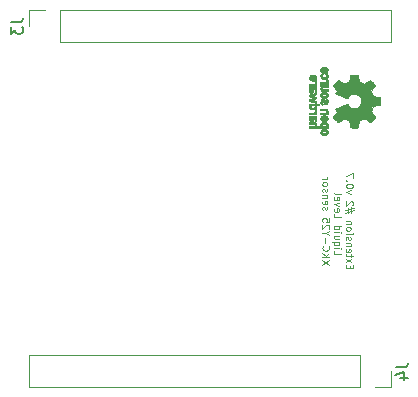
<source format=gbo>
G04 #@! TF.FileFunction,Legend,Bot*
%FSLAX46Y46*%
G04 Gerber Fmt 4.6, Leading zero omitted, Abs format (unit mm)*
G04 Created by KiCad (PCBNEW 4.0.7-e2-6376~60~ubuntu17.10.1) date Thu Dec 28 14:25:31 2017*
%MOMM*%
%LPD*%
G01*
G04 APERTURE LIST*
%ADD10C,0.100000*%
%ADD11C,0.120000*%
%ADD12C,0.010000*%
%ADD13C,0.150000*%
G04 APERTURE END LIST*
D10*
X174397857Y-111935714D02*
X174397857Y-111735714D01*
X174083571Y-111650000D02*
X174083571Y-111935714D01*
X174683571Y-111935714D01*
X174683571Y-111650000D01*
X174083571Y-111450000D02*
X174483571Y-111135714D01*
X174483571Y-111450000D02*
X174083571Y-111135714D01*
X174483571Y-110992857D02*
X174483571Y-110764286D01*
X174683571Y-110907143D02*
X174169286Y-110907143D01*
X174112143Y-110878571D01*
X174083571Y-110821429D01*
X174083571Y-110764286D01*
X174112143Y-110335714D02*
X174083571Y-110392857D01*
X174083571Y-110507143D01*
X174112143Y-110564286D01*
X174169286Y-110592857D01*
X174397857Y-110592857D01*
X174455000Y-110564286D01*
X174483571Y-110507143D01*
X174483571Y-110392857D01*
X174455000Y-110335714D01*
X174397857Y-110307143D01*
X174340714Y-110307143D01*
X174283571Y-110592857D01*
X174483571Y-110050000D02*
X174083571Y-110050000D01*
X174426429Y-110050000D02*
X174455000Y-110021428D01*
X174483571Y-109964286D01*
X174483571Y-109878571D01*
X174455000Y-109821428D01*
X174397857Y-109792857D01*
X174083571Y-109792857D01*
X174112143Y-109535714D02*
X174083571Y-109478571D01*
X174083571Y-109364286D01*
X174112143Y-109307143D01*
X174169286Y-109278571D01*
X174197857Y-109278571D01*
X174255000Y-109307143D01*
X174283571Y-109364286D01*
X174283571Y-109450000D01*
X174312143Y-109507143D01*
X174369286Y-109535714D01*
X174397857Y-109535714D01*
X174455000Y-109507143D01*
X174483571Y-109450000D01*
X174483571Y-109364286D01*
X174455000Y-109307143D01*
X174083571Y-109021429D02*
X174483571Y-109021429D01*
X174683571Y-109021429D02*
X174655000Y-109050000D01*
X174626429Y-109021429D01*
X174655000Y-108992857D01*
X174683571Y-109021429D01*
X174626429Y-109021429D01*
X174083571Y-108650001D02*
X174112143Y-108707143D01*
X174140714Y-108735715D01*
X174197857Y-108764286D01*
X174369286Y-108764286D01*
X174426429Y-108735715D01*
X174455000Y-108707143D01*
X174483571Y-108650001D01*
X174483571Y-108564286D01*
X174455000Y-108507143D01*
X174426429Y-108478572D01*
X174369286Y-108450001D01*
X174197857Y-108450001D01*
X174140714Y-108478572D01*
X174112143Y-108507143D01*
X174083571Y-108564286D01*
X174083571Y-108650001D01*
X174483571Y-108192858D02*
X174083571Y-108192858D01*
X174426429Y-108192858D02*
X174455000Y-108164286D01*
X174483571Y-108107144D01*
X174483571Y-108021429D01*
X174455000Y-107964286D01*
X174397857Y-107935715D01*
X174083571Y-107935715D01*
X174483571Y-107221429D02*
X174483571Y-106792858D01*
X174740714Y-107050001D02*
X173969286Y-107221429D01*
X174226429Y-106850001D02*
X174226429Y-107278572D01*
X173969286Y-107021429D02*
X174740714Y-106850001D01*
X174626429Y-106621429D02*
X174655000Y-106592858D01*
X174683571Y-106535715D01*
X174683571Y-106392858D01*
X174655000Y-106335715D01*
X174626429Y-106307144D01*
X174569286Y-106278572D01*
X174512143Y-106278572D01*
X174426429Y-106307144D01*
X174083571Y-106650001D01*
X174083571Y-106278572D01*
X174483571Y-105621429D02*
X174083571Y-105478572D01*
X174483571Y-105335714D01*
X174683571Y-104992857D02*
X174683571Y-104935714D01*
X174655000Y-104878571D01*
X174626429Y-104850000D01*
X174569286Y-104821429D01*
X174455000Y-104792857D01*
X174312143Y-104792857D01*
X174197857Y-104821429D01*
X174140714Y-104850000D01*
X174112143Y-104878571D01*
X174083571Y-104935714D01*
X174083571Y-104992857D01*
X174112143Y-105050000D01*
X174140714Y-105078571D01*
X174197857Y-105107143D01*
X174312143Y-105135714D01*
X174455000Y-105135714D01*
X174569286Y-105107143D01*
X174626429Y-105078571D01*
X174655000Y-105050000D01*
X174683571Y-104992857D01*
X174140714Y-104535714D02*
X174112143Y-104507142D01*
X174083571Y-104535714D01*
X174112143Y-104564285D01*
X174140714Y-104535714D01*
X174083571Y-104535714D01*
X174683571Y-104307143D02*
X174683571Y-103907143D01*
X174083571Y-104164286D01*
X173083571Y-110464286D02*
X173083571Y-110750000D01*
X173683571Y-110750000D01*
X173083571Y-110264286D02*
X173483571Y-110264286D01*
X173683571Y-110264286D02*
X173655000Y-110292857D01*
X173626429Y-110264286D01*
X173655000Y-110235714D01*
X173683571Y-110264286D01*
X173626429Y-110264286D01*
X173483571Y-109721429D02*
X172883571Y-109721429D01*
X173112143Y-109721429D02*
X173083571Y-109778572D01*
X173083571Y-109892858D01*
X173112143Y-109950000D01*
X173140714Y-109978572D01*
X173197857Y-110007143D01*
X173369286Y-110007143D01*
X173426429Y-109978572D01*
X173455000Y-109950000D01*
X173483571Y-109892858D01*
X173483571Y-109778572D01*
X173455000Y-109721429D01*
X173483571Y-109178572D02*
X173083571Y-109178572D01*
X173483571Y-109435715D02*
X173169286Y-109435715D01*
X173112143Y-109407143D01*
X173083571Y-109350001D01*
X173083571Y-109264286D01*
X173112143Y-109207143D01*
X173140714Y-109178572D01*
X173083571Y-108892858D02*
X173483571Y-108892858D01*
X173683571Y-108892858D02*
X173655000Y-108921429D01*
X173626429Y-108892858D01*
X173655000Y-108864286D01*
X173683571Y-108892858D01*
X173626429Y-108892858D01*
X173083571Y-108350001D02*
X173683571Y-108350001D01*
X173112143Y-108350001D02*
X173083571Y-108407144D01*
X173083571Y-108521430D01*
X173112143Y-108578572D01*
X173140714Y-108607144D01*
X173197857Y-108635715D01*
X173369286Y-108635715D01*
X173426429Y-108607144D01*
X173455000Y-108578572D01*
X173483571Y-108521430D01*
X173483571Y-108407144D01*
X173455000Y-108350001D01*
X173083571Y-107321430D02*
X173083571Y-107607144D01*
X173683571Y-107607144D01*
X173112143Y-106892858D02*
X173083571Y-106950001D01*
X173083571Y-107064287D01*
X173112143Y-107121430D01*
X173169286Y-107150001D01*
X173397857Y-107150001D01*
X173455000Y-107121430D01*
X173483571Y-107064287D01*
X173483571Y-106950001D01*
X173455000Y-106892858D01*
X173397857Y-106864287D01*
X173340714Y-106864287D01*
X173283571Y-107150001D01*
X173483571Y-106664287D02*
X173083571Y-106521430D01*
X173483571Y-106378572D01*
X173112143Y-105921429D02*
X173083571Y-105978572D01*
X173083571Y-106092858D01*
X173112143Y-106150001D01*
X173169286Y-106178572D01*
X173397857Y-106178572D01*
X173455000Y-106150001D01*
X173483571Y-106092858D01*
X173483571Y-105978572D01*
X173455000Y-105921429D01*
X173397857Y-105892858D01*
X173340714Y-105892858D01*
X173283571Y-106178572D01*
X173083571Y-105550001D02*
X173112143Y-105607143D01*
X173169286Y-105635715D01*
X173683571Y-105635715D01*
X172683571Y-111650001D02*
X172083571Y-111250001D01*
X172683571Y-111250001D02*
X172083571Y-111650001D01*
X172083571Y-111021429D02*
X172683571Y-111021429D01*
X172083571Y-110678572D02*
X172426429Y-110935715D01*
X172683571Y-110678572D02*
X172340714Y-111021429D01*
X172140714Y-110078572D02*
X172112143Y-110107143D01*
X172083571Y-110192857D01*
X172083571Y-110250000D01*
X172112143Y-110335715D01*
X172169286Y-110392857D01*
X172226429Y-110421429D01*
X172340714Y-110450000D01*
X172426429Y-110450000D01*
X172540714Y-110421429D01*
X172597857Y-110392857D01*
X172655000Y-110335715D01*
X172683571Y-110250000D01*
X172683571Y-110192857D01*
X172655000Y-110107143D01*
X172626429Y-110078572D01*
X172312143Y-109821429D02*
X172312143Y-109364286D01*
X172369286Y-108964286D02*
X172083571Y-108964286D01*
X172683571Y-109164286D02*
X172369286Y-108964286D01*
X172683571Y-108764286D01*
X172626429Y-108592857D02*
X172655000Y-108564286D01*
X172683571Y-108507143D01*
X172683571Y-108364286D01*
X172655000Y-108307143D01*
X172626429Y-108278572D01*
X172569286Y-108250000D01*
X172512143Y-108250000D01*
X172426429Y-108278572D01*
X172083571Y-108621429D01*
X172083571Y-108250000D01*
X172683571Y-107707143D02*
X172683571Y-107992857D01*
X172397857Y-108021428D01*
X172426429Y-107992857D01*
X172455000Y-107935714D01*
X172455000Y-107792857D01*
X172426429Y-107735714D01*
X172397857Y-107707143D01*
X172340714Y-107678571D01*
X172197857Y-107678571D01*
X172140714Y-107707143D01*
X172112143Y-107735714D01*
X172083571Y-107792857D01*
X172083571Y-107935714D01*
X172112143Y-107992857D01*
X172140714Y-108021428D01*
X172112143Y-106992856D02*
X172083571Y-106935713D01*
X172083571Y-106821428D01*
X172112143Y-106764285D01*
X172169286Y-106735713D01*
X172197857Y-106735713D01*
X172255000Y-106764285D01*
X172283571Y-106821428D01*
X172283571Y-106907142D01*
X172312143Y-106964285D01*
X172369286Y-106992856D01*
X172397857Y-106992856D01*
X172455000Y-106964285D01*
X172483571Y-106907142D01*
X172483571Y-106821428D01*
X172455000Y-106764285D01*
X172112143Y-106249999D02*
X172083571Y-106307142D01*
X172083571Y-106421428D01*
X172112143Y-106478571D01*
X172169286Y-106507142D01*
X172397857Y-106507142D01*
X172455000Y-106478571D01*
X172483571Y-106421428D01*
X172483571Y-106307142D01*
X172455000Y-106249999D01*
X172397857Y-106221428D01*
X172340714Y-106221428D01*
X172283571Y-106507142D01*
X172483571Y-105964285D02*
X172083571Y-105964285D01*
X172426429Y-105964285D02*
X172455000Y-105935713D01*
X172483571Y-105878571D01*
X172483571Y-105792856D01*
X172455000Y-105735713D01*
X172397857Y-105707142D01*
X172083571Y-105707142D01*
X172112143Y-105449999D02*
X172083571Y-105392856D01*
X172083571Y-105278571D01*
X172112143Y-105221428D01*
X172169286Y-105192856D01*
X172197857Y-105192856D01*
X172255000Y-105221428D01*
X172283571Y-105278571D01*
X172283571Y-105364285D01*
X172312143Y-105421428D01*
X172369286Y-105449999D01*
X172397857Y-105449999D01*
X172455000Y-105421428D01*
X172483571Y-105364285D01*
X172483571Y-105278571D01*
X172455000Y-105221428D01*
X172083571Y-104850000D02*
X172112143Y-104907142D01*
X172140714Y-104935714D01*
X172197857Y-104964285D01*
X172369286Y-104964285D01*
X172426429Y-104935714D01*
X172455000Y-104907142D01*
X172483571Y-104850000D01*
X172483571Y-104764285D01*
X172455000Y-104707142D01*
X172426429Y-104678571D01*
X172369286Y-104650000D01*
X172197857Y-104650000D01*
X172140714Y-104678571D01*
X172112143Y-104707142D01*
X172083571Y-104764285D01*
X172083571Y-104850000D01*
X172083571Y-104392857D02*
X172483571Y-104392857D01*
X172369286Y-104392857D02*
X172426429Y-104364285D01*
X172455000Y-104335714D01*
X172483571Y-104278571D01*
X172483571Y-104221428D01*
D11*
X175260000Y-121980000D02*
X147260000Y-121980000D01*
X147260000Y-121980000D02*
X147260000Y-119320000D01*
X147260000Y-119320000D02*
X175260000Y-119320000D01*
X175260000Y-119320000D02*
X175260000Y-121980000D01*
X176530000Y-121980000D02*
X177860000Y-121980000D01*
X177860000Y-121980000D02*
X177860000Y-120650000D01*
D12*
G36*
X172520816Y-99698759D02*
X172507718Y-99672247D01*
X172484894Y-99639553D01*
X172460004Y-99615725D01*
X172428751Y-99599406D01*
X172386834Y-99589240D01*
X172329956Y-99583872D01*
X172253816Y-99581944D01*
X172221083Y-99581831D01*
X172149344Y-99582161D01*
X172098073Y-99583527D01*
X172062596Y-99586500D01*
X172038237Y-99591649D01*
X172020320Y-99599543D01*
X172008098Y-99607757D01*
X171956095Y-99660187D01*
X171924816Y-99721930D01*
X171915408Y-99788536D01*
X171929020Y-99855558D01*
X171938646Y-99876792D01*
X171965141Y-99927624D01*
X171549948Y-99927624D01*
X171569132Y-99890525D01*
X171583975Y-99841643D01*
X171587778Y-99781561D01*
X171580757Y-99721564D01*
X171564987Y-99676256D01*
X171534953Y-99638675D01*
X171491976Y-99606564D01*
X171487564Y-99604150D01*
X171466779Y-99593967D01*
X171445830Y-99586530D01*
X171420452Y-99581411D01*
X171386382Y-99578181D01*
X171339359Y-99576413D01*
X171275118Y-99575677D01*
X171202824Y-99575544D01*
X170972178Y-99575544D01*
X170972178Y-99713861D01*
X171397467Y-99713861D01*
X171430021Y-99752549D01*
X171456060Y-99792738D01*
X171460795Y-99830797D01*
X171448611Y-99869066D01*
X171436680Y-99889462D01*
X171419687Y-99904642D01*
X171394005Y-99915438D01*
X171356009Y-99922683D01*
X171302074Y-99927208D01*
X171228575Y-99929844D01*
X171179653Y-99930772D01*
X170978465Y-99933911D01*
X170974664Y-99999926D01*
X170970864Y-100065940D01*
X172219350Y-100065940D01*
X172219350Y-99927624D01*
X172149746Y-99924097D01*
X172101431Y-99912215D01*
X172071369Y-99890020D01*
X172056529Y-99855559D01*
X172053564Y-99820742D01*
X172056972Y-99781329D01*
X172070383Y-99755171D01*
X172088104Y-99738814D01*
X172107165Y-99725937D01*
X172128399Y-99718272D01*
X172158151Y-99714861D01*
X172202764Y-99714749D01*
X172240120Y-99715897D01*
X172296396Y-99718532D01*
X172333342Y-99722456D01*
X172356777Y-99729063D01*
X172372520Y-99739749D01*
X172381620Y-99749833D01*
X172401463Y-99791970D01*
X172404668Y-99841840D01*
X172397832Y-99870476D01*
X172373536Y-99898828D01*
X172326272Y-99917609D01*
X172256376Y-99926712D01*
X172219350Y-99927624D01*
X172219350Y-100065940D01*
X172531386Y-100065940D01*
X172531386Y-99996782D01*
X172529744Y-99955260D01*
X172523913Y-99933838D01*
X172512539Y-99927626D01*
X172512202Y-99927624D01*
X172501062Y-99924742D01*
X172502327Y-99912030D01*
X172514567Y-99886757D01*
X172533293Y-99827869D01*
X172535261Y-99761615D01*
X172520816Y-99698759D01*
X172520816Y-99698759D01*
G37*
X172520816Y-99698759D02*
X172507718Y-99672247D01*
X172484894Y-99639553D01*
X172460004Y-99615725D01*
X172428751Y-99599406D01*
X172386834Y-99589240D01*
X172329956Y-99583872D01*
X172253816Y-99581944D01*
X172221083Y-99581831D01*
X172149344Y-99582161D01*
X172098073Y-99583527D01*
X172062596Y-99586500D01*
X172038237Y-99591649D01*
X172020320Y-99599543D01*
X172008098Y-99607757D01*
X171956095Y-99660187D01*
X171924816Y-99721930D01*
X171915408Y-99788536D01*
X171929020Y-99855558D01*
X171938646Y-99876792D01*
X171965141Y-99927624D01*
X171549948Y-99927624D01*
X171569132Y-99890525D01*
X171583975Y-99841643D01*
X171587778Y-99781561D01*
X171580757Y-99721564D01*
X171564987Y-99676256D01*
X171534953Y-99638675D01*
X171491976Y-99606564D01*
X171487564Y-99604150D01*
X171466779Y-99593967D01*
X171445830Y-99586530D01*
X171420452Y-99581411D01*
X171386382Y-99578181D01*
X171339359Y-99576413D01*
X171275118Y-99575677D01*
X171202824Y-99575544D01*
X170972178Y-99575544D01*
X170972178Y-99713861D01*
X171397467Y-99713861D01*
X171430021Y-99752549D01*
X171456060Y-99792738D01*
X171460795Y-99830797D01*
X171448611Y-99869066D01*
X171436680Y-99889462D01*
X171419687Y-99904642D01*
X171394005Y-99915438D01*
X171356009Y-99922683D01*
X171302074Y-99927208D01*
X171228575Y-99929844D01*
X171179653Y-99930772D01*
X170978465Y-99933911D01*
X170974664Y-99999926D01*
X170970864Y-100065940D01*
X172219350Y-100065940D01*
X172219350Y-99927624D01*
X172149746Y-99924097D01*
X172101431Y-99912215D01*
X172071369Y-99890020D01*
X172056529Y-99855559D01*
X172053564Y-99820742D01*
X172056972Y-99781329D01*
X172070383Y-99755171D01*
X172088104Y-99738814D01*
X172107165Y-99725937D01*
X172128399Y-99718272D01*
X172158151Y-99714861D01*
X172202764Y-99714749D01*
X172240120Y-99715897D01*
X172296396Y-99718532D01*
X172333342Y-99722456D01*
X172356777Y-99729063D01*
X172372520Y-99739749D01*
X172381620Y-99749833D01*
X172401463Y-99791970D01*
X172404668Y-99841840D01*
X172397832Y-99870476D01*
X172373536Y-99898828D01*
X172326272Y-99917609D01*
X172256376Y-99926712D01*
X172219350Y-99927624D01*
X172219350Y-100065940D01*
X172531386Y-100065940D01*
X172531386Y-99996782D01*
X172529744Y-99955260D01*
X172523913Y-99933838D01*
X172512539Y-99927626D01*
X172512202Y-99927624D01*
X172501062Y-99924742D01*
X172502327Y-99912030D01*
X172514567Y-99886757D01*
X172533293Y-99827869D01*
X172535261Y-99761615D01*
X172520816Y-99698759D01*
G36*
X171583445Y-99174210D02*
X171567661Y-99115055D01*
X171539052Y-99070023D01*
X171501581Y-99038246D01*
X171485589Y-99028366D01*
X171468837Y-99021073D01*
X171447408Y-99015974D01*
X171417384Y-99012679D01*
X171374846Y-99010797D01*
X171315878Y-99009937D01*
X171236560Y-99009707D01*
X171215516Y-99009703D01*
X170972178Y-99009703D01*
X170972178Y-99070059D01*
X170974874Y-99108557D01*
X170981705Y-99137023D01*
X170985917Y-99144155D01*
X170993187Y-99163652D01*
X170985917Y-99183566D01*
X170976840Y-99216353D01*
X170973187Y-99263978D01*
X170974772Y-99316764D01*
X170981411Y-99365036D01*
X170989928Y-99393218D01*
X171024937Y-99447753D01*
X171073521Y-99481835D01*
X171138118Y-99497157D01*
X171139777Y-99497299D01*
X171168434Y-99495955D01*
X171168434Y-99374356D01*
X171135839Y-99363726D01*
X171117495Y-99346410D01*
X171103621Y-99311652D01*
X171098083Y-99265773D01*
X171100809Y-99218988D01*
X171111726Y-99181514D01*
X171118731Y-99171015D01*
X171151096Y-99152668D01*
X171187889Y-99148020D01*
X171236237Y-99148020D01*
X171236237Y-99217582D01*
X171231150Y-99283667D01*
X171216737Y-99333764D01*
X171194271Y-99364929D01*
X171168434Y-99374356D01*
X171168434Y-99495955D01*
X171210353Y-99493987D01*
X171266155Y-99470710D01*
X171308353Y-99426948D01*
X171312192Y-99420899D01*
X171324691Y-99394907D01*
X171332260Y-99362735D01*
X171335939Y-99317760D01*
X171336784Y-99264331D01*
X171336831Y-99148020D01*
X171385589Y-99148020D01*
X171423419Y-99152953D01*
X171448764Y-99165543D01*
X171450113Y-99167017D01*
X171461200Y-99195034D01*
X171465497Y-99237326D01*
X171463385Y-99284064D01*
X171455244Y-99325418D01*
X171443035Y-99349957D01*
X171433254Y-99363253D01*
X171431387Y-99377294D01*
X171439400Y-99396671D01*
X171459261Y-99425976D01*
X171492937Y-99469803D01*
X171496091Y-99473825D01*
X171507764Y-99471764D01*
X171527178Y-99454568D01*
X171548752Y-99428433D01*
X171566904Y-99399552D01*
X171571191Y-99390478D01*
X171579744Y-99357380D01*
X171585845Y-99308880D01*
X171588292Y-99254695D01*
X171588297Y-99252161D01*
X171583445Y-99174210D01*
X171583445Y-99174210D01*
G37*
X171583445Y-99174210D02*
X171567661Y-99115055D01*
X171539052Y-99070023D01*
X171501581Y-99038246D01*
X171485589Y-99028366D01*
X171468837Y-99021073D01*
X171447408Y-99015974D01*
X171417384Y-99012679D01*
X171374846Y-99010797D01*
X171315878Y-99009937D01*
X171236560Y-99009707D01*
X171215516Y-99009703D01*
X170972178Y-99009703D01*
X170972178Y-99070059D01*
X170974874Y-99108557D01*
X170981705Y-99137023D01*
X170985917Y-99144155D01*
X170993187Y-99163652D01*
X170985917Y-99183566D01*
X170976840Y-99216353D01*
X170973187Y-99263978D01*
X170974772Y-99316764D01*
X170981411Y-99365036D01*
X170989928Y-99393218D01*
X171024937Y-99447753D01*
X171073521Y-99481835D01*
X171138118Y-99497157D01*
X171139777Y-99497299D01*
X171168434Y-99495955D01*
X171168434Y-99374356D01*
X171135839Y-99363726D01*
X171117495Y-99346410D01*
X171103621Y-99311652D01*
X171098083Y-99265773D01*
X171100809Y-99218988D01*
X171111726Y-99181514D01*
X171118731Y-99171015D01*
X171151096Y-99152668D01*
X171187889Y-99148020D01*
X171236237Y-99148020D01*
X171236237Y-99217582D01*
X171231150Y-99283667D01*
X171216737Y-99333764D01*
X171194271Y-99364929D01*
X171168434Y-99374356D01*
X171168434Y-99495955D01*
X171210353Y-99493987D01*
X171266155Y-99470710D01*
X171308353Y-99426948D01*
X171312192Y-99420899D01*
X171324691Y-99394907D01*
X171332260Y-99362735D01*
X171335939Y-99317760D01*
X171336784Y-99264331D01*
X171336831Y-99148020D01*
X171385589Y-99148020D01*
X171423419Y-99152953D01*
X171448764Y-99165543D01*
X171450113Y-99167017D01*
X171461200Y-99195034D01*
X171465497Y-99237326D01*
X171463385Y-99284064D01*
X171455244Y-99325418D01*
X171443035Y-99349957D01*
X171433254Y-99363253D01*
X171431387Y-99377294D01*
X171439400Y-99396671D01*
X171459261Y-99425976D01*
X171492937Y-99469803D01*
X171496091Y-99473825D01*
X171507764Y-99471764D01*
X171527178Y-99454568D01*
X171548752Y-99428433D01*
X171566904Y-99399552D01*
X171571191Y-99390478D01*
X171579744Y-99357380D01*
X171585845Y-99308880D01*
X171588292Y-99254695D01*
X171588297Y-99252161D01*
X171583445Y-99174210D01*
G36*
X171586980Y-98783356D02*
X171581340Y-98764539D01*
X171568947Y-98758473D01*
X171563353Y-98758218D01*
X171547770Y-98757129D01*
X171545324Y-98749632D01*
X171556007Y-98729381D01*
X171563306Y-98717351D01*
X171578937Y-98679400D01*
X171586666Y-98634072D01*
X171587260Y-98586544D01*
X171581487Y-98541995D01*
X171570116Y-98505602D01*
X171553912Y-98482543D01*
X171533645Y-98477996D01*
X171528157Y-98480291D01*
X171505374Y-98497020D01*
X171477353Y-98522963D01*
X171472823Y-98527655D01*
X171451995Y-98552383D01*
X171445265Y-98573718D01*
X171449962Y-98603555D01*
X171453083Y-98615508D01*
X171460579Y-98652705D01*
X171457208Y-98678859D01*
X171445319Y-98700946D01*
X171429365Y-98721178D01*
X171409300Y-98736079D01*
X171381298Y-98746434D01*
X171341533Y-98753029D01*
X171286177Y-98756649D01*
X171211406Y-98758078D01*
X171166260Y-98758218D01*
X170972178Y-98758218D01*
X170972178Y-98883960D01*
X171588317Y-98883960D01*
X171588317Y-98821089D01*
X171586980Y-98783356D01*
X171586980Y-98783356D01*
G37*
X171586980Y-98783356D02*
X171581340Y-98764539D01*
X171568947Y-98758473D01*
X171563353Y-98758218D01*
X171547770Y-98757129D01*
X171545324Y-98749632D01*
X171556007Y-98729381D01*
X171563306Y-98717351D01*
X171578937Y-98679400D01*
X171586666Y-98634072D01*
X171587260Y-98586544D01*
X171581487Y-98541995D01*
X171570116Y-98505602D01*
X171553912Y-98482543D01*
X171533645Y-98477996D01*
X171528157Y-98480291D01*
X171505374Y-98497020D01*
X171477353Y-98522963D01*
X171472823Y-98527655D01*
X171451995Y-98552383D01*
X171445265Y-98573718D01*
X171449962Y-98603555D01*
X171453083Y-98615508D01*
X171460579Y-98652705D01*
X171457208Y-98678859D01*
X171445319Y-98700946D01*
X171429365Y-98721178D01*
X171409300Y-98736079D01*
X171381298Y-98746434D01*
X171341533Y-98753029D01*
X171286177Y-98756649D01*
X171211406Y-98758078D01*
X171166260Y-98758218D01*
X170972178Y-98758218D01*
X170972178Y-98883960D01*
X171588317Y-98883960D01*
X171588317Y-98821089D01*
X171586980Y-98783356D01*
G36*
X170972178Y-97991188D02*
X170972178Y-98060346D01*
X170973355Y-98100488D01*
X170978228Y-98121394D01*
X170988814Y-98128922D01*
X170995971Y-98129505D01*
X171010324Y-98130774D01*
X171013077Y-98138779D01*
X171004229Y-98159815D01*
X170995971Y-98176173D01*
X170976403Y-98238977D01*
X170975271Y-98307248D01*
X170989865Y-98362752D01*
X171025123Y-98414438D01*
X171077165Y-98453838D01*
X171138550Y-98475413D01*
X171141982Y-98475962D01*
X171179429Y-98479167D01*
X171233187Y-98480761D01*
X171273845Y-98480633D01*
X171273845Y-98343279D01*
X171219806Y-98340097D01*
X171175265Y-98332859D01*
X171150112Y-98323060D01*
X171115740Y-98285989D01*
X171103418Y-98241974D01*
X171113382Y-98196584D01*
X171143105Y-98157797D01*
X171163095Y-98143108D01*
X171186950Y-98134519D01*
X171221770Y-98130496D01*
X171274070Y-98129505D01*
X171325861Y-98131278D01*
X171371366Y-98135963D01*
X171401819Y-98142603D01*
X171404548Y-98143710D01*
X171437000Y-98170491D01*
X171454817Y-98209579D01*
X171457694Y-98253315D01*
X171445326Y-98294038D01*
X171417407Y-98324087D01*
X171411852Y-98327204D01*
X171377978Y-98336961D01*
X171329272Y-98342277D01*
X171273845Y-98343279D01*
X171273845Y-98480633D01*
X171294460Y-98480568D01*
X171327437Y-98479664D01*
X171409019Y-98473514D01*
X171470270Y-98460733D01*
X171515551Y-98439471D01*
X171549221Y-98407878D01*
X171568986Y-98377207D01*
X171582880Y-98334354D01*
X171587646Y-98281056D01*
X171583764Y-98226480D01*
X171571718Y-98179792D01*
X171557307Y-98155124D01*
X171534122Y-98129505D01*
X171827227Y-98129505D01*
X171827227Y-97991188D01*
X170972178Y-97991188D01*
X170972178Y-97991188D01*
G37*
X170972178Y-97991188D02*
X170972178Y-98060346D01*
X170973355Y-98100488D01*
X170978228Y-98121394D01*
X170988814Y-98128922D01*
X170995971Y-98129505D01*
X171010324Y-98130774D01*
X171013077Y-98138779D01*
X171004229Y-98159815D01*
X170995971Y-98176173D01*
X170976403Y-98238977D01*
X170975271Y-98307248D01*
X170989865Y-98362752D01*
X171025123Y-98414438D01*
X171077165Y-98453838D01*
X171138550Y-98475413D01*
X171141982Y-98475962D01*
X171179429Y-98479167D01*
X171233187Y-98480761D01*
X171273845Y-98480633D01*
X171273845Y-98343279D01*
X171219806Y-98340097D01*
X171175265Y-98332859D01*
X171150112Y-98323060D01*
X171115740Y-98285989D01*
X171103418Y-98241974D01*
X171113382Y-98196584D01*
X171143105Y-98157797D01*
X171163095Y-98143108D01*
X171186950Y-98134519D01*
X171221770Y-98130496D01*
X171274070Y-98129505D01*
X171325861Y-98131278D01*
X171371366Y-98135963D01*
X171401819Y-98142603D01*
X171404548Y-98143710D01*
X171437000Y-98170491D01*
X171454817Y-98209579D01*
X171457694Y-98253315D01*
X171445326Y-98294038D01*
X171417407Y-98324087D01*
X171411852Y-98327204D01*
X171377978Y-98336961D01*
X171329272Y-98342277D01*
X171273845Y-98343279D01*
X171273845Y-98480633D01*
X171294460Y-98480568D01*
X171327437Y-98479664D01*
X171409019Y-98473514D01*
X171470270Y-98460733D01*
X171515551Y-98439471D01*
X171549221Y-98407878D01*
X171568986Y-98377207D01*
X171582880Y-98334354D01*
X171587646Y-98281056D01*
X171583764Y-98226480D01*
X171571718Y-98179792D01*
X171557307Y-98155124D01*
X171534122Y-98129505D01*
X171827227Y-98129505D01*
X171827227Y-97991188D01*
X170972178Y-97991188D01*
G36*
X171585763Y-97508476D02*
X171582029Y-97458745D01*
X171192227Y-97328709D01*
X171261386Y-97308322D01*
X171304126Y-97296054D01*
X171361885Y-97279915D01*
X171425375Y-97262488D01*
X171459430Y-97253274D01*
X171588317Y-97218612D01*
X171588317Y-97075609D01*
X171453143Y-97118354D01*
X171386658Y-97139404D01*
X171306461Y-97164833D01*
X171222807Y-97191390D01*
X171148218Y-97215098D01*
X170978465Y-97269098D01*
X170974672Y-97327402D01*
X170970878Y-97385705D01*
X171075266Y-97417321D01*
X171140111Y-97436818D01*
X171211600Y-97458096D01*
X171274737Y-97476692D01*
X171277250Y-97477426D01*
X171320031Y-97491316D01*
X171349221Y-97503571D01*
X171360259Y-97512154D01*
X171358982Y-97513918D01*
X171341870Y-97520109D01*
X171305213Y-97531872D01*
X171253622Y-97547775D01*
X171191706Y-97566386D01*
X171157648Y-97576457D01*
X170972178Y-97630993D01*
X170972178Y-97746736D01*
X171264529Y-97839263D01*
X171346538Y-97865256D01*
X171421013Y-97888934D01*
X171484456Y-97909180D01*
X171533368Y-97924874D01*
X171564251Y-97934898D01*
X171573274Y-97937945D01*
X171582513Y-97935533D01*
X171586559Y-97916592D01*
X171586154Y-97877177D01*
X171585848Y-97871007D01*
X171582029Y-97797914D01*
X171405990Y-97750043D01*
X171341789Y-97732447D01*
X171285351Y-97716723D01*
X171241578Y-97704254D01*
X171215370Y-97696426D01*
X171211097Y-97694980D01*
X171216010Y-97688986D01*
X171241468Y-97676899D01*
X171284003Y-97660107D01*
X171340150Y-97639997D01*
X171390870Y-97622997D01*
X171589496Y-97558206D01*
X171585763Y-97508476D01*
X171585763Y-97508476D01*
G37*
X171585763Y-97508476D02*
X171582029Y-97458745D01*
X171192227Y-97328709D01*
X171261386Y-97308322D01*
X171304126Y-97296054D01*
X171361885Y-97279915D01*
X171425375Y-97262488D01*
X171459430Y-97253274D01*
X171588317Y-97218612D01*
X171588317Y-97075609D01*
X171453143Y-97118354D01*
X171386658Y-97139404D01*
X171306461Y-97164833D01*
X171222807Y-97191390D01*
X171148218Y-97215098D01*
X170978465Y-97269098D01*
X170974672Y-97327402D01*
X170970878Y-97385705D01*
X171075266Y-97417321D01*
X171140111Y-97436818D01*
X171211600Y-97458096D01*
X171274737Y-97476692D01*
X171277250Y-97477426D01*
X171320031Y-97491316D01*
X171349221Y-97503571D01*
X171360259Y-97512154D01*
X171358982Y-97513918D01*
X171341870Y-97520109D01*
X171305213Y-97531872D01*
X171253622Y-97547775D01*
X171191706Y-97566386D01*
X171157648Y-97576457D01*
X170972178Y-97630993D01*
X170972178Y-97746736D01*
X171264529Y-97839263D01*
X171346538Y-97865256D01*
X171421013Y-97888934D01*
X171484456Y-97909180D01*
X171533368Y-97924874D01*
X171564251Y-97934898D01*
X171573274Y-97937945D01*
X171582513Y-97935533D01*
X171586559Y-97916592D01*
X171586154Y-97877177D01*
X171585848Y-97871007D01*
X171582029Y-97797914D01*
X171405990Y-97750043D01*
X171341789Y-97732447D01*
X171285351Y-97716723D01*
X171241578Y-97704254D01*
X171215370Y-97696426D01*
X171211097Y-97694980D01*
X171216010Y-97688986D01*
X171241468Y-97676899D01*
X171284003Y-97660107D01*
X171340150Y-97639997D01*
X171390870Y-97622997D01*
X171589496Y-97558206D01*
X171585763Y-97508476D01*
G36*
X171584583Y-96751589D02*
X171571710Y-96698589D01*
X171564890Y-96683269D01*
X171547026Y-96653572D01*
X171526907Y-96630780D01*
X171501038Y-96613917D01*
X171465927Y-96602002D01*
X171418080Y-96594058D01*
X171354004Y-96589106D01*
X171270206Y-96586169D01*
X171214232Y-96585053D01*
X170972178Y-96580948D01*
X170972178Y-96651068D01*
X170973962Y-96693607D01*
X170980058Y-96715524D01*
X170990294Y-96721188D01*
X171001363Y-96724179D01*
X170999246Y-96737549D01*
X170990371Y-96755767D01*
X170976767Y-96801376D01*
X170973101Y-96859993D01*
X170979097Y-96921646D01*
X170994479Y-96976362D01*
X170996614Y-96981270D01*
X171031745Y-97031277D01*
X171080581Y-97064244D01*
X171137667Y-97079413D01*
X171158176Y-97078254D01*
X171158176Y-96954492D01*
X171130575Y-96943587D01*
X171110796Y-96911255D01*
X171100181Y-96859090D01*
X171098772Y-96831213D01*
X171102380Y-96784753D01*
X171116403Y-96753871D01*
X171123069Y-96746336D01*
X171159334Y-96725924D01*
X171192227Y-96721188D01*
X171236237Y-96721188D01*
X171236237Y-96782487D01*
X171232605Y-96853744D01*
X171221182Y-96903724D01*
X171201176Y-96935304D01*
X171192257Y-96942374D01*
X171158176Y-96954492D01*
X171158176Y-97078254D01*
X171197544Y-97076029D01*
X171254756Y-97053337D01*
X171293420Y-97022376D01*
X171310136Y-97003624D01*
X171321122Y-96985267D01*
X171327820Y-96961381D01*
X171331674Y-96926043D01*
X171334127Y-96873331D01*
X171334832Y-96852423D01*
X171339121Y-96721188D01*
X171378842Y-96721380D01*
X171420595Y-96726463D01*
X171445842Y-96744838D01*
X171461970Y-96781961D01*
X171462258Y-96782957D01*
X171468600Y-96835590D01*
X171460316Y-96887094D01*
X171440173Y-96925370D01*
X171430227Y-96940728D01*
X171431603Y-96957270D01*
X171446013Y-96982725D01*
X171456183Y-96997672D01*
X171477912Y-97026909D01*
X171494200Y-97045020D01*
X171498863Y-97047926D01*
X171522995Y-97035960D01*
X171551815Y-97000604D01*
X171561539Y-96985247D01*
X171578286Y-96941099D01*
X171587773Y-96881602D01*
X171589905Y-96815513D01*
X171584583Y-96751589D01*
X171584583Y-96751589D01*
G37*
X171584583Y-96751589D02*
X171571710Y-96698589D01*
X171564890Y-96683269D01*
X171547026Y-96653572D01*
X171526907Y-96630780D01*
X171501038Y-96613917D01*
X171465927Y-96602002D01*
X171418080Y-96594058D01*
X171354004Y-96589106D01*
X171270206Y-96586169D01*
X171214232Y-96585053D01*
X170972178Y-96580948D01*
X170972178Y-96651068D01*
X170973962Y-96693607D01*
X170980058Y-96715524D01*
X170990294Y-96721188D01*
X171001363Y-96724179D01*
X170999246Y-96737549D01*
X170990371Y-96755767D01*
X170976767Y-96801376D01*
X170973101Y-96859993D01*
X170979097Y-96921646D01*
X170994479Y-96976362D01*
X170996614Y-96981270D01*
X171031745Y-97031277D01*
X171080581Y-97064244D01*
X171137667Y-97079413D01*
X171158176Y-97078254D01*
X171158176Y-96954492D01*
X171130575Y-96943587D01*
X171110796Y-96911255D01*
X171100181Y-96859090D01*
X171098772Y-96831213D01*
X171102380Y-96784753D01*
X171116403Y-96753871D01*
X171123069Y-96746336D01*
X171159334Y-96725924D01*
X171192227Y-96721188D01*
X171236237Y-96721188D01*
X171236237Y-96782487D01*
X171232605Y-96853744D01*
X171221182Y-96903724D01*
X171201176Y-96935304D01*
X171192257Y-96942374D01*
X171158176Y-96954492D01*
X171158176Y-97078254D01*
X171197544Y-97076029D01*
X171254756Y-97053337D01*
X171293420Y-97022376D01*
X171310136Y-97003624D01*
X171321122Y-96985267D01*
X171327820Y-96961381D01*
X171331674Y-96926043D01*
X171334127Y-96873331D01*
X171334832Y-96852423D01*
X171339121Y-96721188D01*
X171378842Y-96721380D01*
X171420595Y-96726463D01*
X171445842Y-96744838D01*
X171461970Y-96781961D01*
X171462258Y-96782957D01*
X171468600Y-96835590D01*
X171460316Y-96887094D01*
X171440173Y-96925370D01*
X171430227Y-96940728D01*
X171431603Y-96957270D01*
X171446013Y-96982725D01*
X171456183Y-96997672D01*
X171477912Y-97026909D01*
X171494200Y-97045020D01*
X171498863Y-97047926D01*
X171522995Y-97035960D01*
X171551815Y-97000604D01*
X171561539Y-96985247D01*
X171578286Y-96941099D01*
X171587773Y-96881602D01*
X171589905Y-96815513D01*
X171584583Y-96751589D01*
G36*
X171588514Y-96154745D02*
X171578985Y-96106405D01*
X171564875Y-96078886D01*
X171541432Y-96049936D01*
X171489429Y-96091124D01*
X171457936Y-96116518D01*
X171442572Y-96133762D01*
X171440224Y-96150898D01*
X171447783Y-96175973D01*
X171452059Y-96187743D01*
X171458369Y-96235730D01*
X171444844Y-96279676D01*
X171414290Y-96311940D01*
X171404548Y-96317181D01*
X171378742Y-96322888D01*
X171331183Y-96327294D01*
X171265242Y-96330189D01*
X171184290Y-96331369D01*
X171172774Y-96331386D01*
X170972178Y-96331386D01*
X170972178Y-96469703D01*
X171588317Y-96469703D01*
X171588317Y-96400544D01*
X171587275Y-96360667D01*
X171582642Y-96339893D01*
X171572151Y-96332211D01*
X171562255Y-96331386D01*
X171536194Y-96331386D01*
X171562255Y-96298255D01*
X171580035Y-96260265D01*
X171588826Y-96209230D01*
X171588514Y-96154745D01*
X171588514Y-96154745D01*
G37*
X171588514Y-96154745D02*
X171578985Y-96106405D01*
X171564875Y-96078886D01*
X171541432Y-96049936D01*
X171489429Y-96091124D01*
X171457936Y-96116518D01*
X171442572Y-96133762D01*
X171440224Y-96150898D01*
X171447783Y-96175973D01*
X171452059Y-96187743D01*
X171458369Y-96235730D01*
X171444844Y-96279676D01*
X171414290Y-96311940D01*
X171404548Y-96317181D01*
X171378742Y-96322888D01*
X171331183Y-96327294D01*
X171265242Y-96330189D01*
X171184290Y-96331369D01*
X171172774Y-96331386D01*
X170972178Y-96331386D01*
X170972178Y-96469703D01*
X171588317Y-96469703D01*
X171588317Y-96400544D01*
X171587275Y-96360667D01*
X171582642Y-96339893D01*
X171572151Y-96332211D01*
X171562255Y-96331386D01*
X171536194Y-96331386D01*
X171562255Y-96298255D01*
X171580035Y-96260265D01*
X171588826Y-96209230D01*
X171588514Y-96154745D01*
G36*
X171585030Y-95757419D02*
X171569403Y-95697315D01*
X171537152Y-95646979D01*
X171513060Y-95622607D01*
X171456105Y-95582655D01*
X171390035Y-95559758D01*
X171308818Y-95551892D01*
X171302252Y-95551852D01*
X171236237Y-95551782D01*
X171236237Y-95931736D01*
X171201658Y-95923637D01*
X171170341Y-95909013D01*
X171137709Y-95883419D01*
X171132500Y-95878065D01*
X171104306Y-95832057D01*
X171099525Y-95779590D01*
X171118074Y-95719197D01*
X171123069Y-95708960D01*
X171138255Y-95677561D01*
X171146906Y-95656530D01*
X171147707Y-95652861D01*
X171139937Y-95640052D01*
X171120928Y-95615622D01*
X171110540Y-95603221D01*
X171086679Y-95577524D01*
X171070923Y-95569085D01*
X171056429Y-95574942D01*
X171052466Y-95578072D01*
X171035121Y-95599275D01*
X171014041Y-95634262D01*
X171001735Y-95658663D01*
X170980054Y-95727928D01*
X170973029Y-95804612D01*
X170981353Y-95877235D01*
X170987314Y-95897574D01*
X171021048Y-95960524D01*
X171072955Y-96007185D01*
X171143541Y-96037827D01*
X171233308Y-96052718D01*
X171280247Y-96054353D01*
X171348587Y-96049579D01*
X171348587Y-95929010D01*
X171343535Y-95917348D01*
X171339571Y-95886002D01*
X171337232Y-95840429D01*
X171336831Y-95809554D01*
X171337217Y-95754019D01*
X171339025Y-95718967D01*
X171343227Y-95699738D01*
X171350797Y-95691670D01*
X171361782Y-95690099D01*
X171395619Y-95700879D01*
X171429060Y-95728020D01*
X171454728Y-95763723D01*
X171465228Y-95799440D01*
X171455914Y-95847952D01*
X171428987Y-95889947D01*
X171390173Y-95919064D01*
X171348587Y-95929010D01*
X171348587Y-96049579D01*
X171379764Y-96047401D01*
X171459051Y-96025945D01*
X171518737Y-95989530D01*
X171559451Y-95937703D01*
X171581821Y-95870010D01*
X171586129Y-95833338D01*
X171585030Y-95757419D01*
X171585030Y-95757419D01*
G37*
X171585030Y-95757419D02*
X171569403Y-95697315D01*
X171537152Y-95646979D01*
X171513060Y-95622607D01*
X171456105Y-95582655D01*
X171390035Y-95559758D01*
X171308818Y-95551892D01*
X171302252Y-95551852D01*
X171236237Y-95551782D01*
X171236237Y-95931736D01*
X171201658Y-95923637D01*
X171170341Y-95909013D01*
X171137709Y-95883419D01*
X171132500Y-95878065D01*
X171104306Y-95832057D01*
X171099525Y-95779590D01*
X171118074Y-95719197D01*
X171123069Y-95708960D01*
X171138255Y-95677561D01*
X171146906Y-95656530D01*
X171147707Y-95652861D01*
X171139937Y-95640052D01*
X171120928Y-95615622D01*
X171110540Y-95603221D01*
X171086679Y-95577524D01*
X171070923Y-95569085D01*
X171056429Y-95574942D01*
X171052466Y-95578072D01*
X171035121Y-95599275D01*
X171014041Y-95634262D01*
X171001735Y-95658663D01*
X170980054Y-95727928D01*
X170973029Y-95804612D01*
X170981353Y-95877235D01*
X170987314Y-95897574D01*
X171021048Y-95960524D01*
X171072955Y-96007185D01*
X171143541Y-96037827D01*
X171233308Y-96052718D01*
X171280247Y-96054353D01*
X171348587Y-96049579D01*
X171348587Y-95929010D01*
X171343535Y-95917348D01*
X171339571Y-95886002D01*
X171337232Y-95840429D01*
X171336831Y-95809554D01*
X171337217Y-95754019D01*
X171339025Y-95718967D01*
X171343227Y-95699738D01*
X171350797Y-95691670D01*
X171361782Y-95690099D01*
X171395619Y-95700879D01*
X171429060Y-95728020D01*
X171454728Y-95763723D01*
X171465228Y-95799440D01*
X171455914Y-95847952D01*
X171428987Y-95889947D01*
X171390173Y-95919064D01*
X171348587Y-95929010D01*
X171348587Y-96049579D01*
X171379764Y-96047401D01*
X171459051Y-96025945D01*
X171518737Y-95989530D01*
X171559451Y-95937703D01*
X171581821Y-95870010D01*
X171586129Y-95833338D01*
X171585030Y-95757419D01*
G36*
X172524852Y-100328261D02*
X172495769Y-100262479D01*
X172447207Y-100212540D01*
X172379092Y-100178374D01*
X172291349Y-100159907D01*
X172277649Y-100158583D01*
X172181061Y-100157546D01*
X172096398Y-100170993D01*
X172027779Y-100198108D01*
X172005706Y-100212627D01*
X171958989Y-100263201D01*
X171928732Y-100327609D01*
X171916176Y-100399666D01*
X171922561Y-100473185D01*
X171942228Y-100529072D01*
X171975371Y-100577132D01*
X172018825Y-100616412D01*
X172019842Y-100617092D01*
X172046662Y-100633044D01*
X172073632Y-100643410D01*
X172107668Y-100649688D01*
X172155690Y-100653373D01*
X172195069Y-100654997D01*
X172230781Y-100655672D01*
X172230781Y-100529955D01*
X172195230Y-100528726D01*
X172147906Y-100524266D01*
X172117535Y-100516397D01*
X172095928Y-100502207D01*
X172083306Y-100488917D01*
X172056878Y-100441802D01*
X172053347Y-100392505D01*
X172072361Y-100346593D01*
X172093669Y-100323638D01*
X172115141Y-100307096D01*
X172135687Y-100297421D01*
X172162426Y-100293174D01*
X172202477Y-100292920D01*
X172239362Y-100294228D01*
X172292053Y-100297043D01*
X172326228Y-100301505D01*
X172348520Y-100309548D01*
X172365558Y-100323103D01*
X172375297Y-100333845D01*
X172400877Y-100378777D01*
X172402153Y-100427249D01*
X172387001Y-100467894D01*
X172355358Y-100502567D01*
X172303380Y-100523224D01*
X172230781Y-100529955D01*
X172230781Y-100655672D01*
X172273379Y-100656479D01*
X172331944Y-100653948D01*
X172375993Y-100646362D01*
X172410752Y-100632681D01*
X172441449Y-100611865D01*
X172450564Y-100604147D01*
X172495979Y-100555889D01*
X172522507Y-100504128D01*
X172533621Y-100440828D01*
X172534529Y-100409961D01*
X172524852Y-100328261D01*
X172524852Y-100328261D01*
G37*
X172524852Y-100328261D02*
X172495769Y-100262479D01*
X172447207Y-100212540D01*
X172379092Y-100178374D01*
X172291349Y-100159907D01*
X172277649Y-100158583D01*
X172181061Y-100157546D01*
X172096398Y-100170993D01*
X172027779Y-100198108D01*
X172005706Y-100212627D01*
X171958989Y-100263201D01*
X171928732Y-100327609D01*
X171916176Y-100399666D01*
X171922561Y-100473185D01*
X171942228Y-100529072D01*
X171975371Y-100577132D01*
X172018825Y-100616412D01*
X172019842Y-100617092D01*
X172046662Y-100633044D01*
X172073632Y-100643410D01*
X172107668Y-100649688D01*
X172155690Y-100653373D01*
X172195069Y-100654997D01*
X172230781Y-100655672D01*
X172230781Y-100529955D01*
X172195230Y-100528726D01*
X172147906Y-100524266D01*
X172117535Y-100516397D01*
X172095928Y-100502207D01*
X172083306Y-100488917D01*
X172056878Y-100441802D01*
X172053347Y-100392505D01*
X172072361Y-100346593D01*
X172093669Y-100323638D01*
X172115141Y-100307096D01*
X172135687Y-100297421D01*
X172162426Y-100293174D01*
X172202477Y-100292920D01*
X172239362Y-100294228D01*
X172292053Y-100297043D01*
X172326228Y-100301505D01*
X172348520Y-100309548D01*
X172365558Y-100323103D01*
X172375297Y-100333845D01*
X172400877Y-100378777D01*
X172402153Y-100427249D01*
X172387001Y-100467894D01*
X172355358Y-100502567D01*
X172303380Y-100523224D01*
X172230781Y-100529955D01*
X172230781Y-100655672D01*
X172273379Y-100656479D01*
X172331944Y-100653948D01*
X172375993Y-100646362D01*
X172410752Y-100632681D01*
X172441449Y-100611865D01*
X172450564Y-100604147D01*
X172495979Y-100555889D01*
X172522507Y-100504128D01*
X172533621Y-100440828D01*
X172534529Y-100409961D01*
X172524852Y-100328261D01*
G36*
X172517386Y-99146699D02*
X172511486Y-99134168D01*
X172479717Y-99090799D01*
X172433354Y-99049790D01*
X172382304Y-99019168D01*
X172358834Y-99010459D01*
X172316909Y-99002512D01*
X172266243Y-98997774D01*
X172245321Y-98997199D01*
X172179307Y-98997129D01*
X172179307Y-99377083D01*
X172144727Y-99368983D01*
X172103830Y-99349104D01*
X172068486Y-99314347D01*
X172045718Y-99272998D01*
X172040990Y-99246649D01*
X172046727Y-99210916D01*
X172061118Y-99168282D01*
X172067738Y-99153799D01*
X172094487Y-99100240D01*
X172059624Y-99054533D01*
X172036045Y-99028158D01*
X172016583Y-99014124D01*
X172010871Y-99013414D01*
X171997027Y-99025951D01*
X171975988Y-99053428D01*
X171959575Y-99078366D01*
X171930070Y-99145664D01*
X171916716Y-99221110D01*
X171920188Y-99295888D01*
X171938337Y-99355495D01*
X171977216Y-99416941D01*
X172028405Y-99460608D01*
X172094633Y-99487926D01*
X172178629Y-99500322D01*
X172217064Y-99501421D01*
X172305139Y-99497022D01*
X172307701Y-99496482D01*
X172307701Y-99370582D01*
X172299442Y-99367115D01*
X172294887Y-99352863D01*
X172292935Y-99323470D01*
X172292483Y-99274575D01*
X172292475Y-99255748D01*
X172293157Y-99198467D01*
X172295636Y-99162141D01*
X172300557Y-99142604D01*
X172308566Y-99135690D01*
X172311138Y-99135445D01*
X172331577Y-99143336D01*
X172360211Y-99163085D01*
X172370237Y-99171575D01*
X172398592Y-99203094D01*
X172409741Y-99235949D01*
X172410673Y-99253651D01*
X172399019Y-99301539D01*
X172367715Y-99341699D01*
X172322248Y-99367173D01*
X172320767Y-99367625D01*
X172307701Y-99370582D01*
X172307701Y-99496482D01*
X172374490Y-99482392D01*
X172429975Y-99456038D01*
X172469361Y-99423807D01*
X172512069Y-99364217D01*
X172534891Y-99294168D01*
X172536954Y-99219661D01*
X172517386Y-99146699D01*
X172517386Y-99146699D01*
G37*
X172517386Y-99146699D02*
X172511486Y-99134168D01*
X172479717Y-99090799D01*
X172433354Y-99049790D01*
X172382304Y-99019168D01*
X172358834Y-99010459D01*
X172316909Y-99002512D01*
X172266243Y-98997774D01*
X172245321Y-98997199D01*
X172179307Y-98997129D01*
X172179307Y-99377083D01*
X172144727Y-99368983D01*
X172103830Y-99349104D01*
X172068486Y-99314347D01*
X172045718Y-99272998D01*
X172040990Y-99246649D01*
X172046727Y-99210916D01*
X172061118Y-99168282D01*
X172067738Y-99153799D01*
X172094487Y-99100240D01*
X172059624Y-99054533D01*
X172036045Y-99028158D01*
X172016583Y-99014124D01*
X172010871Y-99013414D01*
X171997027Y-99025951D01*
X171975988Y-99053428D01*
X171959575Y-99078366D01*
X171930070Y-99145664D01*
X171916716Y-99221110D01*
X171920188Y-99295888D01*
X171938337Y-99355495D01*
X171977216Y-99416941D01*
X172028405Y-99460608D01*
X172094633Y-99487926D01*
X172178629Y-99500322D01*
X172217064Y-99501421D01*
X172305139Y-99497022D01*
X172307701Y-99496482D01*
X172307701Y-99370582D01*
X172299442Y-99367115D01*
X172294887Y-99352863D01*
X172292935Y-99323470D01*
X172292483Y-99274575D01*
X172292475Y-99255748D01*
X172293157Y-99198467D01*
X172295636Y-99162141D01*
X172300557Y-99142604D01*
X172308566Y-99135690D01*
X172311138Y-99135445D01*
X172331577Y-99143336D01*
X172360211Y-99163085D01*
X172370237Y-99171575D01*
X172398592Y-99203094D01*
X172409741Y-99235949D01*
X172410673Y-99253651D01*
X172399019Y-99301539D01*
X172367715Y-99341699D01*
X172322248Y-99367173D01*
X172320767Y-99367625D01*
X172307701Y-99370582D01*
X172307701Y-99496482D01*
X172374490Y-99482392D01*
X172429975Y-99456038D01*
X172469361Y-99423807D01*
X172512069Y-99364217D01*
X172534891Y-99294168D01*
X172536954Y-99219661D01*
X172517386Y-99146699D01*
G36*
X172533548Y-97775983D02*
X172524518Y-97728366D01*
X172505630Y-97678966D01*
X172503223Y-97673688D01*
X172483524Y-97636226D01*
X172465219Y-97610283D01*
X172453492Y-97601897D01*
X172434368Y-97609883D01*
X172406150Y-97629280D01*
X172395616Y-97637890D01*
X172354153Y-97673372D01*
X172381142Y-97719115D01*
X172399122Y-97762650D01*
X172408733Y-97812950D01*
X172409340Y-97861188D01*
X172400309Y-97898533D01*
X172394673Y-97907495D01*
X172368829Y-97924563D01*
X172339059Y-97926637D01*
X172315803Y-97913866D01*
X172311292Y-97906312D01*
X172305691Y-97883675D01*
X172299108Y-97843885D01*
X172292817Y-97794834D01*
X172291830Y-97785785D01*
X172278202Y-97707004D01*
X172255054Y-97649864D01*
X172220248Y-97611970D01*
X172171646Y-97590921D01*
X172112282Y-97584365D01*
X172044802Y-97593423D01*
X171991812Y-97622836D01*
X171953217Y-97672722D01*
X171928919Y-97743200D01*
X171919333Y-97821435D01*
X171919448Y-97885234D01*
X171928155Y-97936984D01*
X171940175Y-97972327D01*
X171961120Y-98016983D01*
X171985426Y-98058253D01*
X171996124Y-98072921D01*
X172026916Y-98110643D01*
X172072951Y-98065148D01*
X172118987Y-98019653D01*
X172084757Y-97967928D01*
X172059048Y-97916048D01*
X172045601Y-97860649D01*
X172044182Y-97807395D01*
X172054557Y-97761951D01*
X172076493Y-97729984D01*
X172095002Y-97719662D01*
X172124686Y-97721211D01*
X172147385Y-97746860D01*
X172163060Y-97796540D01*
X172170305Y-97850969D01*
X172184127Y-97934736D01*
X172210204Y-97996967D01*
X172249301Y-98038493D01*
X172302180Y-98060147D01*
X172364874Y-98063147D01*
X172430358Y-98048329D01*
X172479856Y-98014546D01*
X172513592Y-97961495D01*
X172531793Y-97888874D01*
X172535361Y-97835072D01*
X172533548Y-97775983D01*
X172533548Y-97775983D01*
G37*
X172533548Y-97775983D02*
X172524518Y-97728366D01*
X172505630Y-97678966D01*
X172503223Y-97673688D01*
X172483524Y-97636226D01*
X172465219Y-97610283D01*
X172453492Y-97601897D01*
X172434368Y-97609883D01*
X172406150Y-97629280D01*
X172395616Y-97637890D01*
X172354153Y-97673372D01*
X172381142Y-97719115D01*
X172399122Y-97762650D01*
X172408733Y-97812950D01*
X172409340Y-97861188D01*
X172400309Y-97898533D01*
X172394673Y-97907495D01*
X172368829Y-97924563D01*
X172339059Y-97926637D01*
X172315803Y-97913866D01*
X172311292Y-97906312D01*
X172305691Y-97883675D01*
X172299108Y-97843885D01*
X172292817Y-97794834D01*
X172291830Y-97785785D01*
X172278202Y-97707004D01*
X172255054Y-97649864D01*
X172220248Y-97611970D01*
X172171646Y-97590921D01*
X172112282Y-97584365D01*
X172044802Y-97593423D01*
X171991812Y-97622836D01*
X171953217Y-97672722D01*
X171928919Y-97743200D01*
X171919333Y-97821435D01*
X171919448Y-97885234D01*
X171928155Y-97936984D01*
X171940175Y-97972327D01*
X171961120Y-98016983D01*
X171985426Y-98058253D01*
X171996124Y-98072921D01*
X172026916Y-98110643D01*
X172072951Y-98065148D01*
X172118987Y-98019653D01*
X172084757Y-97967928D01*
X172059048Y-97916048D01*
X172045601Y-97860649D01*
X172044182Y-97807395D01*
X172054557Y-97761951D01*
X172076493Y-97729984D01*
X172095002Y-97719662D01*
X172124686Y-97721211D01*
X172147385Y-97746860D01*
X172163060Y-97796540D01*
X172170305Y-97850969D01*
X172184127Y-97934736D01*
X172210204Y-97996967D01*
X172249301Y-98038493D01*
X172302180Y-98060147D01*
X172364874Y-98063147D01*
X172430358Y-98048329D01*
X172479856Y-98014546D01*
X172513592Y-97961495D01*
X172531793Y-97888874D01*
X172535361Y-97835072D01*
X172533548Y-97775983D01*
G36*
X172523945Y-97179238D02*
X172489308Y-97115637D01*
X172434628Y-97065877D01*
X172390158Y-97042432D01*
X172350879Y-97032366D01*
X172294884Y-97025844D01*
X172230379Y-97023049D01*
X172165571Y-97024164D01*
X172108666Y-97029374D01*
X172078273Y-97035459D01*
X172036694Y-97055986D01*
X171992532Y-97091537D01*
X171953913Y-97134381D01*
X171928966Y-97176789D01*
X171928570Y-97177823D01*
X171917669Y-97230447D01*
X171917399Y-97292812D01*
X171927324Y-97352076D01*
X171935278Y-97374960D01*
X171968700Y-97433898D01*
X172012489Y-97476110D01*
X172070462Y-97503844D01*
X172146435Y-97519349D01*
X172186229Y-97522857D01*
X172236234Y-97522410D01*
X172236234Y-97387624D01*
X172163268Y-97383083D01*
X172107666Y-97370014D01*
X172072139Y-97349244D01*
X172061980Y-97334448D01*
X172054896Y-97296536D01*
X172056993Y-97251473D01*
X172067188Y-97212513D01*
X172072796Y-97202296D01*
X172105462Y-97175341D01*
X172155455Y-97157549D01*
X172216295Y-97149976D01*
X172281503Y-97153675D01*
X172320747Y-97161943D01*
X172366195Y-97185680D01*
X172394604Y-97223151D01*
X172404427Y-97268280D01*
X172394113Y-97314989D01*
X172368888Y-97350868D01*
X172348075Y-97369723D01*
X172327561Y-97380728D01*
X172299797Y-97385974D01*
X172257238Y-97387551D01*
X172236234Y-97387624D01*
X172236234Y-97522410D01*
X172292420Y-97521906D01*
X172379499Y-97504612D01*
X172447470Y-97470971D01*
X172496336Y-97420982D01*
X172526101Y-97354644D01*
X172529552Y-97340399D01*
X172537655Y-97254790D01*
X172523945Y-97179238D01*
X172523945Y-97179238D01*
G37*
X172523945Y-97179238D02*
X172489308Y-97115637D01*
X172434628Y-97065877D01*
X172390158Y-97042432D01*
X172350879Y-97032366D01*
X172294884Y-97025844D01*
X172230379Y-97023049D01*
X172165571Y-97024164D01*
X172108666Y-97029374D01*
X172078273Y-97035459D01*
X172036694Y-97055986D01*
X171992532Y-97091537D01*
X171953913Y-97134381D01*
X171928966Y-97176789D01*
X171928570Y-97177823D01*
X171917669Y-97230447D01*
X171917399Y-97292812D01*
X171927324Y-97352076D01*
X171935278Y-97374960D01*
X171968700Y-97433898D01*
X172012489Y-97476110D01*
X172070462Y-97503844D01*
X172146435Y-97519349D01*
X172186229Y-97522857D01*
X172236234Y-97522410D01*
X172236234Y-97387624D01*
X172163268Y-97383083D01*
X172107666Y-97370014D01*
X172072139Y-97349244D01*
X172061980Y-97334448D01*
X172054896Y-97296536D01*
X172056993Y-97251473D01*
X172067188Y-97212513D01*
X172072796Y-97202296D01*
X172105462Y-97175341D01*
X172155455Y-97157549D01*
X172216295Y-97149976D01*
X172281503Y-97153675D01*
X172320747Y-97161943D01*
X172366195Y-97185680D01*
X172394604Y-97223151D01*
X172404427Y-97268280D01*
X172394113Y-97314989D01*
X172368888Y-97350868D01*
X172348075Y-97369723D01*
X172327561Y-97380728D01*
X172299797Y-97385974D01*
X172257238Y-97387551D01*
X172236234Y-97387624D01*
X172236234Y-97522410D01*
X172292420Y-97521906D01*
X172379499Y-97504612D01*
X172447470Y-97470971D01*
X172496336Y-97420982D01*
X172526101Y-97354644D01*
X172529552Y-97340399D01*
X172537655Y-97254790D01*
X172523945Y-97179238D01*
G36*
X172335658Y-96796633D02*
X172243437Y-96795445D01*
X172173390Y-96791103D01*
X172122619Y-96782442D01*
X172088228Y-96768296D01*
X172067321Y-96747500D01*
X172057000Y-96718890D01*
X172054364Y-96683465D01*
X172057318Y-96646364D01*
X172068111Y-96618182D01*
X172089640Y-96597757D01*
X172124801Y-96583921D01*
X172176490Y-96575509D01*
X172247606Y-96571357D01*
X172335658Y-96570297D01*
X172531386Y-96570297D01*
X172531386Y-96431980D01*
X171927821Y-96431980D01*
X171927821Y-96501138D01*
X171929511Y-96542830D01*
X171935444Y-96564299D01*
X171946707Y-96570297D01*
X171956739Y-96573909D01*
X171954617Y-96588286D01*
X171940420Y-96617264D01*
X171918520Y-96683681D01*
X171920072Y-96754125D01*
X171943853Y-96821623D01*
X171962638Y-96853767D01*
X171982978Y-96878285D01*
X172008427Y-96896196D01*
X172042542Y-96908521D01*
X172088879Y-96916277D01*
X172150993Y-96920484D01*
X172232439Y-96922160D01*
X172295422Y-96922376D01*
X172531386Y-96922376D01*
X172531386Y-96796633D01*
X172335658Y-96796633D01*
X172335658Y-96796633D01*
G37*
X172335658Y-96796633D02*
X172243437Y-96795445D01*
X172173390Y-96791103D01*
X172122619Y-96782442D01*
X172088228Y-96768296D01*
X172067321Y-96747500D01*
X172057000Y-96718890D01*
X172054364Y-96683465D01*
X172057318Y-96646364D01*
X172068111Y-96618182D01*
X172089640Y-96597757D01*
X172124801Y-96583921D01*
X172176490Y-96575509D01*
X172247606Y-96571357D01*
X172335658Y-96570297D01*
X172531386Y-96570297D01*
X172531386Y-96431980D01*
X171927821Y-96431980D01*
X171927821Y-96501138D01*
X171929511Y-96542830D01*
X171935444Y-96564299D01*
X171946707Y-96570297D01*
X171956739Y-96573909D01*
X171954617Y-96588286D01*
X171940420Y-96617264D01*
X171918520Y-96683681D01*
X171920072Y-96754125D01*
X171943853Y-96821623D01*
X171962638Y-96853767D01*
X171982978Y-96878285D01*
X172008427Y-96896196D01*
X172042542Y-96908521D01*
X172088879Y-96916277D01*
X172150993Y-96920484D01*
X172232439Y-96922160D01*
X172295422Y-96922376D01*
X172531386Y-96922376D01*
X172531386Y-96796633D01*
X172335658Y-96796633D01*
G36*
X172526120Y-95572774D02*
X172495170Y-95499920D01*
X172480105Y-95476973D01*
X172456952Y-95447646D01*
X172438747Y-95429236D01*
X172432817Y-95426039D01*
X172419660Y-95435065D01*
X172397333Y-95458163D01*
X172381750Y-95476656D01*
X172341074Y-95527272D01*
X172374705Y-95567240D01*
X172396416Y-95598126D01*
X172403910Y-95628241D01*
X172402080Y-95662708D01*
X172388472Y-95717439D01*
X172360228Y-95755114D01*
X172314567Y-95778009D01*
X172248711Y-95788403D01*
X172248669Y-95788405D01*
X172175061Y-95787506D01*
X172121054Y-95773537D01*
X172084284Y-95745672D01*
X172071832Y-95726675D01*
X172056327Y-95676224D01*
X172056317Y-95622337D01*
X172071362Y-95575454D01*
X172078713Y-95564356D01*
X172097489Y-95536524D01*
X172100566Y-95514764D01*
X172086591Y-95491296D01*
X172061490Y-95465351D01*
X172019120Y-95424284D01*
X171981536Y-95469879D01*
X171939118Y-95540326D01*
X171918215Y-95619767D01*
X171919728Y-95702785D01*
X171933589Y-95757306D01*
X171967865Y-95821030D01*
X172021788Y-95871995D01*
X172059851Y-95895149D01*
X172114464Y-95913901D01*
X172183631Y-95923285D01*
X172258593Y-95923357D01*
X172330591Y-95914176D01*
X172390863Y-95895801D01*
X172397042Y-95892907D01*
X172457649Y-95850048D01*
X172501776Y-95792021D01*
X172528507Y-95723409D01*
X172536927Y-95648799D01*
X172526120Y-95572774D01*
X172526120Y-95572774D01*
G37*
X172526120Y-95572774D02*
X172495170Y-95499920D01*
X172480105Y-95476973D01*
X172456952Y-95447646D01*
X172438747Y-95429236D01*
X172432817Y-95426039D01*
X172419660Y-95435065D01*
X172397333Y-95458163D01*
X172381750Y-95476656D01*
X172341074Y-95527272D01*
X172374705Y-95567240D01*
X172396416Y-95598126D01*
X172403910Y-95628241D01*
X172402080Y-95662708D01*
X172388472Y-95717439D01*
X172360228Y-95755114D01*
X172314567Y-95778009D01*
X172248711Y-95788403D01*
X172248669Y-95788405D01*
X172175061Y-95787506D01*
X172121054Y-95773537D01*
X172084284Y-95745672D01*
X172071832Y-95726675D01*
X172056327Y-95676224D01*
X172056317Y-95622337D01*
X172071362Y-95575454D01*
X172078713Y-95564356D01*
X172097489Y-95536524D01*
X172100566Y-95514764D01*
X172086591Y-95491296D01*
X172061490Y-95465351D01*
X172019120Y-95424284D01*
X171981536Y-95469879D01*
X171939118Y-95540326D01*
X171918215Y-95619767D01*
X171919728Y-95702785D01*
X171933589Y-95757306D01*
X171967865Y-95821030D01*
X172021788Y-95871995D01*
X172059851Y-95895149D01*
X172114464Y-95913901D01*
X172183631Y-95923285D01*
X172258593Y-95923357D01*
X172330591Y-95914176D01*
X172390863Y-95895801D01*
X172397042Y-95892907D01*
X172457649Y-95850048D01*
X172501776Y-95792021D01*
X172528507Y-95723409D01*
X172536927Y-95648799D01*
X172526120Y-95572774D01*
G36*
X172533543Y-95112102D02*
X172525721Y-95079904D01*
X172497079Y-95018175D01*
X172453333Y-94965390D01*
X172400883Y-94928859D01*
X172389107Y-94923840D01*
X172358260Y-94916955D01*
X172312629Y-94912136D01*
X172266508Y-94910495D01*
X172179307Y-94910495D01*
X172179307Y-95092822D01*
X172179022Y-95168021D01*
X172177296Y-95220997D01*
X172172819Y-95254675D01*
X172164280Y-95271980D01*
X172150370Y-95275837D01*
X172129778Y-95269171D01*
X172105685Y-95257230D01*
X172065475Y-95223920D01*
X172045442Y-95177632D01*
X172046095Y-95121056D01*
X172067899Y-95056969D01*
X172094807Y-95001583D01*
X172058468Y-94955625D01*
X172022128Y-94909667D01*
X171982181Y-94952904D01*
X171944437Y-95010626D01*
X171921680Y-95081614D01*
X171915312Y-95157971D01*
X171926732Y-95231801D01*
X171930607Y-95243713D01*
X171964494Y-95308601D01*
X172015014Y-95356870D01*
X172083675Y-95389535D01*
X172171986Y-95407615D01*
X172173879Y-95407825D01*
X172270122Y-95409444D01*
X172304458Y-95402900D01*
X172304458Y-95275148D01*
X172299178Y-95263416D01*
X172295133Y-95231562D01*
X172292824Y-95184603D01*
X172292475Y-95154846D01*
X172292694Y-95099352D01*
X172294084Y-95064654D01*
X172297749Y-95046399D01*
X172304790Y-95040234D01*
X172316310Y-95041805D01*
X172320767Y-95043122D01*
X172362645Y-95065618D01*
X172396396Y-95100997D01*
X172411227Y-95132220D01*
X172410332Y-95173699D01*
X172391836Y-95215731D01*
X172361214Y-95250988D01*
X172323938Y-95272146D01*
X172304458Y-95275148D01*
X172304458Y-95402900D01*
X172354771Y-95393310D01*
X172425809Y-95361302D01*
X172481221Y-95315299D01*
X172518991Y-95257179D01*
X172537104Y-95188820D01*
X172533543Y-95112102D01*
X172533543Y-95112102D01*
G37*
X172533543Y-95112102D02*
X172525721Y-95079904D01*
X172497079Y-95018175D01*
X172453333Y-94965390D01*
X172400883Y-94928859D01*
X172389107Y-94923840D01*
X172358260Y-94916955D01*
X172312629Y-94912136D01*
X172266508Y-94910495D01*
X172179307Y-94910495D01*
X172179307Y-95092822D01*
X172179022Y-95168021D01*
X172177296Y-95220997D01*
X172172819Y-95254675D01*
X172164280Y-95271980D01*
X172150370Y-95275837D01*
X172129778Y-95269171D01*
X172105685Y-95257230D01*
X172065475Y-95223920D01*
X172045442Y-95177632D01*
X172046095Y-95121056D01*
X172067899Y-95056969D01*
X172094807Y-95001583D01*
X172058468Y-94955625D01*
X172022128Y-94909667D01*
X171982181Y-94952904D01*
X171944437Y-95010626D01*
X171921680Y-95081614D01*
X171915312Y-95157971D01*
X171926732Y-95231801D01*
X171930607Y-95243713D01*
X171964494Y-95308601D01*
X172015014Y-95356870D01*
X172083675Y-95389535D01*
X172171986Y-95407615D01*
X172173879Y-95407825D01*
X172270122Y-95409444D01*
X172304458Y-95402900D01*
X172304458Y-95275148D01*
X172299178Y-95263416D01*
X172295133Y-95231562D01*
X172292824Y-95184603D01*
X172292475Y-95154846D01*
X172292694Y-95099352D01*
X172294084Y-95064654D01*
X172297749Y-95046399D01*
X172304790Y-95040234D01*
X172316310Y-95041805D01*
X172320767Y-95043122D01*
X172362645Y-95065618D01*
X172396396Y-95100997D01*
X172411227Y-95132220D01*
X172410332Y-95173699D01*
X172391836Y-95215731D01*
X172361214Y-95250988D01*
X172323938Y-95272146D01*
X172304458Y-95275148D01*
X172304458Y-95402900D01*
X172354771Y-95393310D01*
X172425809Y-95361302D01*
X172481221Y-95315299D01*
X172518991Y-95257179D01*
X172537104Y-95188820D01*
X172533543Y-95112102D01*
G36*
X172520998Y-98544012D02*
X172506050Y-98512717D01*
X172484459Y-98482409D01*
X172459609Y-98459318D01*
X172427913Y-98442500D01*
X172385786Y-98431006D01*
X172329642Y-98423891D01*
X172255894Y-98420207D01*
X172160956Y-98419008D01*
X172151015Y-98418989D01*
X171927821Y-98418713D01*
X171927821Y-98557030D01*
X172133582Y-98557030D01*
X172209811Y-98557128D01*
X172265061Y-98557809D01*
X172303499Y-98559651D01*
X172329294Y-98563233D01*
X172346616Y-98569132D01*
X172359632Y-98577927D01*
X172372493Y-98590180D01*
X172400127Y-98633047D01*
X172405255Y-98679843D01*
X172387783Y-98724424D01*
X172374779Y-98739928D01*
X172362553Y-98751310D01*
X172349460Y-98759481D01*
X172331385Y-98764974D01*
X172304213Y-98768320D01*
X172263830Y-98770051D01*
X172206121Y-98770697D01*
X172135868Y-98770792D01*
X171927821Y-98770792D01*
X171927821Y-98909109D01*
X172531386Y-98909109D01*
X172531386Y-98839950D01*
X172529744Y-98798428D01*
X172523913Y-98777006D01*
X172512539Y-98770795D01*
X172512202Y-98770792D01*
X172501062Y-98767910D01*
X172502326Y-98755199D01*
X172514566Y-98729926D01*
X172532576Y-98672605D01*
X172534579Y-98607037D01*
X172520998Y-98544012D01*
X172520998Y-98544012D01*
G37*
X172520998Y-98544012D02*
X172506050Y-98512717D01*
X172484459Y-98482409D01*
X172459609Y-98459318D01*
X172427913Y-98442500D01*
X172385786Y-98431006D01*
X172329642Y-98423891D01*
X172255894Y-98420207D01*
X172160956Y-98419008D01*
X172151015Y-98418989D01*
X171927821Y-98418713D01*
X171927821Y-98557030D01*
X172133582Y-98557030D01*
X172209811Y-98557128D01*
X172265061Y-98557809D01*
X172303499Y-98559651D01*
X172329294Y-98563233D01*
X172346616Y-98569132D01*
X172359632Y-98577927D01*
X172372493Y-98590180D01*
X172400127Y-98633047D01*
X172405255Y-98679843D01*
X172387783Y-98724424D01*
X172374779Y-98739928D01*
X172362553Y-98751310D01*
X172349460Y-98759481D01*
X172331385Y-98764974D01*
X172304213Y-98768320D01*
X172263830Y-98770051D01*
X172206121Y-98770697D01*
X172135868Y-98770792D01*
X171927821Y-98770792D01*
X171927821Y-98909109D01*
X172531386Y-98909109D01*
X172531386Y-98839950D01*
X172529744Y-98798428D01*
X172523913Y-98777006D01*
X172512539Y-98770795D01*
X172512202Y-98770792D01*
X172501062Y-98767910D01*
X172502326Y-98755199D01*
X172514566Y-98729926D01*
X172532576Y-98672605D01*
X172534579Y-98607037D01*
X172520998Y-98544012D01*
G36*
X172531970Y-95990540D02*
X172518755Y-95947289D01*
X172502059Y-95919442D01*
X172488855Y-95910371D01*
X172473203Y-95912868D01*
X172448615Y-95929069D01*
X172431200Y-95942768D01*
X172399717Y-95971008D01*
X172386471Y-95992225D01*
X172387336Y-96010312D01*
X172400990Y-96063965D01*
X172400370Y-96103370D01*
X172384896Y-96135368D01*
X172375839Y-96146110D01*
X172343973Y-96180495D01*
X171927821Y-96180495D01*
X171927821Y-96318812D01*
X172531386Y-96318812D01*
X172531386Y-96249653D01*
X172529744Y-96208131D01*
X172523913Y-96186709D01*
X172512539Y-96180498D01*
X172512202Y-96180495D01*
X172500287Y-96177561D01*
X172501841Y-96164296D01*
X172510437Y-96145916D01*
X172526432Y-96107954D01*
X172536055Y-96077128D01*
X172538522Y-96037464D01*
X172531970Y-95990540D01*
X172531970Y-95990540D01*
G37*
X172531970Y-95990540D02*
X172518755Y-95947289D01*
X172502059Y-95919442D01*
X172488855Y-95910371D01*
X172473203Y-95912868D01*
X172448615Y-95929069D01*
X172431200Y-95942768D01*
X172399717Y-95971008D01*
X172386471Y-95992225D01*
X172387336Y-96010312D01*
X172400990Y-96063965D01*
X172400370Y-96103370D01*
X172384896Y-96135368D01*
X172375839Y-96146110D01*
X172343973Y-96180495D01*
X171927821Y-96180495D01*
X171927821Y-96318812D01*
X172531386Y-96318812D01*
X172531386Y-96249653D01*
X172529744Y-96208131D01*
X172523913Y-96186709D01*
X172512539Y-96180498D01*
X172512202Y-96180495D01*
X172500287Y-96177561D01*
X172501841Y-96164296D01*
X172510437Y-96145916D01*
X172526432Y-96107954D01*
X172536055Y-96077128D01*
X172538522Y-96037464D01*
X172531970Y-95990540D01*
G36*
X176699982Y-97413036D02*
X176398430Y-97356188D01*
X176225488Y-96936662D01*
X176396605Y-96685016D01*
X176444250Y-96614542D01*
X176486790Y-96550837D01*
X176522285Y-96496874D01*
X176548790Y-96455627D01*
X176564364Y-96430066D01*
X176567722Y-96423105D01*
X176559086Y-96410565D01*
X176535208Y-96383769D01*
X176499141Y-96345720D01*
X176453933Y-96299421D01*
X176402636Y-96247877D01*
X176348299Y-96194091D01*
X176293972Y-96141065D01*
X176242705Y-96091805D01*
X176197549Y-96049313D01*
X176161554Y-96016593D01*
X176137770Y-95996649D01*
X176129810Y-95991881D01*
X176115135Y-95998743D01*
X176082986Y-96017980D01*
X176036508Y-96047570D01*
X175978844Y-96085490D01*
X175913140Y-96129718D01*
X175875664Y-96155346D01*
X175807232Y-96202059D01*
X175745480Y-96243568D01*
X175693481Y-96277860D01*
X175654308Y-96302920D01*
X175631035Y-96316736D01*
X175626145Y-96318812D01*
X175612245Y-96314105D01*
X175579850Y-96301277D01*
X175533515Y-96282262D01*
X175477794Y-96258997D01*
X175417242Y-96233416D01*
X175356414Y-96207455D01*
X175299864Y-96183050D01*
X175252148Y-96162137D01*
X175217819Y-96146651D01*
X175201432Y-96138528D01*
X175200788Y-96138048D01*
X175197659Y-96125293D01*
X175190679Y-96091323D01*
X175180533Y-96039660D01*
X175167908Y-95973824D01*
X175153491Y-95897336D01*
X175145177Y-95852710D01*
X175129616Y-95770979D01*
X175114808Y-95697157D01*
X175101564Y-95634979D01*
X175090695Y-95588178D01*
X175083011Y-95560491D01*
X175080573Y-95554926D01*
X175064070Y-95549474D01*
X175026800Y-95545076D01*
X174973120Y-95541728D01*
X174907388Y-95539426D01*
X174833963Y-95538168D01*
X174757204Y-95537952D01*
X174681468Y-95538773D01*
X174611114Y-95540629D01*
X174550500Y-95543518D01*
X174503984Y-95547435D01*
X174475925Y-95552378D01*
X174470084Y-95555343D01*
X174463083Y-95573066D01*
X174453073Y-95610619D01*
X174441231Y-95663036D01*
X174428733Y-95725348D01*
X174424690Y-95747100D01*
X174405480Y-95851976D01*
X174390009Y-95934820D01*
X174377663Y-95998370D01*
X174367827Y-96045363D01*
X174359886Y-96078537D01*
X174353224Y-96100629D01*
X174347227Y-96114376D01*
X174341281Y-96122516D01*
X174340106Y-96123655D01*
X174321174Y-96135023D01*
X174284331Y-96152365D01*
X174234087Y-96173950D01*
X174174954Y-96198046D01*
X174111444Y-96222921D01*
X174048068Y-96246843D01*
X173989338Y-96268081D01*
X173939765Y-96284903D01*
X173903861Y-96295578D01*
X173886138Y-96298373D01*
X173885517Y-96298140D01*
X173871030Y-96288669D01*
X173839156Y-96267182D01*
X173793211Y-96235937D01*
X173736515Y-96197193D01*
X173672383Y-96153207D01*
X173654158Y-96140681D01*
X173588086Y-96096016D01*
X173527800Y-96056712D01*
X173476765Y-96024912D01*
X173438440Y-96002755D01*
X173416289Y-95992383D01*
X173413568Y-95991881D01*
X173399264Y-96000595D01*
X173370928Y-96024675D01*
X173331604Y-96061024D01*
X173284339Y-96106547D01*
X173232177Y-96158148D01*
X173178165Y-96212733D01*
X173125347Y-96267206D01*
X173076769Y-96318471D01*
X173035477Y-96363433D01*
X173004515Y-96398996D01*
X172986930Y-96422065D01*
X172984059Y-96428446D01*
X172990822Y-96443301D01*
X173009061Y-96473714D01*
X173035703Y-96514732D01*
X173057148Y-96546291D01*
X173096497Y-96603475D01*
X173142829Y-96671194D01*
X173189087Y-96739120D01*
X173213845Y-96775639D01*
X173297453Y-96899248D01*
X173241350Y-97003009D01*
X173216772Y-97050280D01*
X173197669Y-97090477D01*
X173186773Y-97117674D01*
X173185257Y-97124598D01*
X173196451Y-97132923D01*
X173228083Y-97149346D01*
X173277235Y-97172643D01*
X173340990Y-97201586D01*
X173416429Y-97234950D01*
X173500636Y-97271509D01*
X173590692Y-97310036D01*
X173683679Y-97349306D01*
X173776680Y-97388092D01*
X173866777Y-97425170D01*
X173951052Y-97459311D01*
X174026587Y-97489292D01*
X174090466Y-97513884D01*
X174139769Y-97531864D01*
X174171579Y-97542003D01*
X174182504Y-97543634D01*
X174196439Y-97530709D01*
X174219060Y-97502411D01*
X174245667Y-97464654D01*
X174247772Y-97461485D01*
X174325886Y-97363900D01*
X174417018Y-97285214D01*
X174518255Y-97226109D01*
X174626682Y-97187268D01*
X174739386Y-97169372D01*
X174853452Y-97173103D01*
X174965966Y-97199143D01*
X175074015Y-97248175D01*
X175097655Y-97262600D01*
X175193113Y-97337631D01*
X175269768Y-97426270D01*
X175327220Y-97525451D01*
X175365071Y-97632105D01*
X175382922Y-97743164D01*
X175380375Y-97855561D01*
X175357030Y-97966227D01*
X175312490Y-98072094D01*
X175246355Y-98170095D01*
X175219513Y-98200410D01*
X175135488Y-98277562D01*
X175047034Y-98333782D01*
X174947885Y-98372347D01*
X174849697Y-98393826D01*
X174739303Y-98399128D01*
X174628360Y-98381448D01*
X174520619Y-98342581D01*
X174419831Y-98284323D01*
X174329744Y-98208469D01*
X174254108Y-98116817D01*
X174246136Y-98104772D01*
X174220026Y-98066611D01*
X174197405Y-98037601D01*
X174182961Y-98023732D01*
X174182504Y-98023531D01*
X174166879Y-98026508D01*
X174131418Y-98038311D01*
X174079038Y-98057714D01*
X174012655Y-98083488D01*
X173935186Y-98114409D01*
X173849550Y-98149249D01*
X173758663Y-98186783D01*
X173665441Y-98225783D01*
X173572803Y-98265023D01*
X173483665Y-98303276D01*
X173400945Y-98339317D01*
X173327559Y-98371917D01*
X173266425Y-98399852D01*
X173220459Y-98421895D01*
X173192579Y-98436818D01*
X173185257Y-98442828D01*
X173190959Y-98461191D01*
X173206251Y-98495552D01*
X173228401Y-98539984D01*
X173241350Y-98564417D01*
X173297453Y-98668178D01*
X173213845Y-98791787D01*
X173171013Y-98854886D01*
X173123878Y-98923970D01*
X173079497Y-98988707D01*
X173057148Y-99021134D01*
X173026523Y-99066741D01*
X173002253Y-99105360D01*
X172987413Y-99131952D01*
X172984276Y-99140590D01*
X172992739Y-99153161D01*
X173016364Y-99180984D01*
X173052698Y-99221361D01*
X173099289Y-99271595D01*
X173153683Y-99328988D01*
X173188608Y-99365286D01*
X173251004Y-99428790D01*
X173306812Y-99483673D01*
X173353646Y-99527714D01*
X173389118Y-99558695D01*
X173410839Y-99574398D01*
X173415248Y-99575905D01*
X173432015Y-99568914D01*
X173465918Y-99549594D01*
X173513524Y-99520091D01*
X173571401Y-99482545D01*
X173636116Y-99439100D01*
X173654158Y-99426745D01*
X173719733Y-99381727D01*
X173778772Y-99341340D01*
X173827958Y-99307840D01*
X173863972Y-99283486D01*
X173883498Y-99270536D01*
X173885517Y-99269285D01*
X173901078Y-99271156D01*
X173935291Y-99281087D01*
X173983645Y-99297347D01*
X174041629Y-99318205D01*
X174104730Y-99341927D01*
X174168437Y-99366784D01*
X174228239Y-99391042D01*
X174279624Y-99412971D01*
X174318081Y-99430838D01*
X174339098Y-99442913D01*
X174340106Y-99443771D01*
X174346112Y-99451154D01*
X174352052Y-99463625D01*
X174358540Y-99483920D01*
X174366191Y-99514778D01*
X174375620Y-99558934D01*
X174387441Y-99619126D01*
X174402271Y-99698093D01*
X174420723Y-99798570D01*
X174424690Y-99820325D01*
X174437147Y-99884802D01*
X174449334Y-99941011D01*
X174460074Y-99983987D01*
X174468191Y-100008760D01*
X174470084Y-100012082D01*
X174486862Y-100017556D01*
X174524355Y-100022006D01*
X174578206Y-100025428D01*
X174644056Y-100027819D01*
X174717547Y-100029177D01*
X174794320Y-100029499D01*
X174870017Y-100028781D01*
X174940280Y-100027021D01*
X175000750Y-100024216D01*
X175047070Y-100020362D01*
X175074881Y-100015457D01*
X175080573Y-100012500D01*
X175086314Y-99996037D01*
X175095655Y-99958551D01*
X175107785Y-99903775D01*
X175121893Y-99835445D01*
X175137170Y-99757294D01*
X175145177Y-99714716D01*
X175160279Y-99633929D01*
X175173960Y-99561887D01*
X175185533Y-99502111D01*
X175194313Y-99458121D01*
X175199613Y-99433439D01*
X175200788Y-99429377D01*
X175214035Y-99422511D01*
X175245943Y-99407998D01*
X175291953Y-99387771D01*
X175347508Y-99363766D01*
X175408047Y-99337918D01*
X175469014Y-99312160D01*
X175525849Y-99288427D01*
X175573994Y-99268654D01*
X175608890Y-99254776D01*
X175625979Y-99248726D01*
X175626726Y-99248614D01*
X175640207Y-99255472D01*
X175671230Y-99274698D01*
X175716711Y-99304272D01*
X175773568Y-99342173D01*
X175838717Y-99386380D01*
X175876138Y-99412079D01*
X175944753Y-99458907D01*
X176007048Y-99500499D01*
X176059871Y-99534825D01*
X176100073Y-99559857D01*
X176124500Y-99573565D01*
X176129976Y-99575544D01*
X176142722Y-99567034D01*
X176169937Y-99543507D01*
X176208572Y-99507968D01*
X176255577Y-99463423D01*
X176307905Y-99412877D01*
X176362505Y-99359336D01*
X176416330Y-99305805D01*
X176466330Y-99255289D01*
X176509457Y-99210794D01*
X176542661Y-99175325D01*
X176562894Y-99151887D01*
X176567722Y-99144046D01*
X176560933Y-99131280D01*
X176541858Y-99100744D01*
X176512439Y-99055410D01*
X176474619Y-98998244D01*
X176430339Y-98932216D01*
X176396605Y-98882410D01*
X176225488Y-98630764D01*
X176311959Y-98421001D01*
X176398430Y-98211237D01*
X176699982Y-98154389D01*
X177001534Y-98097540D01*
X177001534Y-97469885D01*
X176699982Y-97413036D01*
X176699982Y-97413036D01*
G37*
X176699982Y-97413036D02*
X176398430Y-97356188D01*
X176225488Y-96936662D01*
X176396605Y-96685016D01*
X176444250Y-96614542D01*
X176486790Y-96550837D01*
X176522285Y-96496874D01*
X176548790Y-96455627D01*
X176564364Y-96430066D01*
X176567722Y-96423105D01*
X176559086Y-96410565D01*
X176535208Y-96383769D01*
X176499141Y-96345720D01*
X176453933Y-96299421D01*
X176402636Y-96247877D01*
X176348299Y-96194091D01*
X176293972Y-96141065D01*
X176242705Y-96091805D01*
X176197549Y-96049313D01*
X176161554Y-96016593D01*
X176137770Y-95996649D01*
X176129810Y-95991881D01*
X176115135Y-95998743D01*
X176082986Y-96017980D01*
X176036508Y-96047570D01*
X175978844Y-96085490D01*
X175913140Y-96129718D01*
X175875664Y-96155346D01*
X175807232Y-96202059D01*
X175745480Y-96243568D01*
X175693481Y-96277860D01*
X175654308Y-96302920D01*
X175631035Y-96316736D01*
X175626145Y-96318812D01*
X175612245Y-96314105D01*
X175579850Y-96301277D01*
X175533515Y-96282262D01*
X175477794Y-96258997D01*
X175417242Y-96233416D01*
X175356414Y-96207455D01*
X175299864Y-96183050D01*
X175252148Y-96162137D01*
X175217819Y-96146651D01*
X175201432Y-96138528D01*
X175200788Y-96138048D01*
X175197659Y-96125293D01*
X175190679Y-96091323D01*
X175180533Y-96039660D01*
X175167908Y-95973824D01*
X175153491Y-95897336D01*
X175145177Y-95852710D01*
X175129616Y-95770979D01*
X175114808Y-95697157D01*
X175101564Y-95634979D01*
X175090695Y-95588178D01*
X175083011Y-95560491D01*
X175080573Y-95554926D01*
X175064070Y-95549474D01*
X175026800Y-95545076D01*
X174973120Y-95541728D01*
X174907388Y-95539426D01*
X174833963Y-95538168D01*
X174757204Y-95537952D01*
X174681468Y-95538773D01*
X174611114Y-95540629D01*
X174550500Y-95543518D01*
X174503984Y-95547435D01*
X174475925Y-95552378D01*
X174470084Y-95555343D01*
X174463083Y-95573066D01*
X174453073Y-95610619D01*
X174441231Y-95663036D01*
X174428733Y-95725348D01*
X174424690Y-95747100D01*
X174405480Y-95851976D01*
X174390009Y-95934820D01*
X174377663Y-95998370D01*
X174367827Y-96045363D01*
X174359886Y-96078537D01*
X174353224Y-96100629D01*
X174347227Y-96114376D01*
X174341281Y-96122516D01*
X174340106Y-96123655D01*
X174321174Y-96135023D01*
X174284331Y-96152365D01*
X174234087Y-96173950D01*
X174174954Y-96198046D01*
X174111444Y-96222921D01*
X174048068Y-96246843D01*
X173989338Y-96268081D01*
X173939765Y-96284903D01*
X173903861Y-96295578D01*
X173886138Y-96298373D01*
X173885517Y-96298140D01*
X173871030Y-96288669D01*
X173839156Y-96267182D01*
X173793211Y-96235937D01*
X173736515Y-96197193D01*
X173672383Y-96153207D01*
X173654158Y-96140681D01*
X173588086Y-96096016D01*
X173527800Y-96056712D01*
X173476765Y-96024912D01*
X173438440Y-96002755D01*
X173416289Y-95992383D01*
X173413568Y-95991881D01*
X173399264Y-96000595D01*
X173370928Y-96024675D01*
X173331604Y-96061024D01*
X173284339Y-96106547D01*
X173232177Y-96158148D01*
X173178165Y-96212733D01*
X173125347Y-96267206D01*
X173076769Y-96318471D01*
X173035477Y-96363433D01*
X173004515Y-96398996D01*
X172986930Y-96422065D01*
X172984059Y-96428446D01*
X172990822Y-96443301D01*
X173009061Y-96473714D01*
X173035703Y-96514732D01*
X173057148Y-96546291D01*
X173096497Y-96603475D01*
X173142829Y-96671194D01*
X173189087Y-96739120D01*
X173213845Y-96775639D01*
X173297453Y-96899248D01*
X173241350Y-97003009D01*
X173216772Y-97050280D01*
X173197669Y-97090477D01*
X173186773Y-97117674D01*
X173185257Y-97124598D01*
X173196451Y-97132923D01*
X173228083Y-97149346D01*
X173277235Y-97172643D01*
X173340990Y-97201586D01*
X173416429Y-97234950D01*
X173500636Y-97271509D01*
X173590692Y-97310036D01*
X173683679Y-97349306D01*
X173776680Y-97388092D01*
X173866777Y-97425170D01*
X173951052Y-97459311D01*
X174026587Y-97489292D01*
X174090466Y-97513884D01*
X174139769Y-97531864D01*
X174171579Y-97542003D01*
X174182504Y-97543634D01*
X174196439Y-97530709D01*
X174219060Y-97502411D01*
X174245667Y-97464654D01*
X174247772Y-97461485D01*
X174325886Y-97363900D01*
X174417018Y-97285214D01*
X174518255Y-97226109D01*
X174626682Y-97187268D01*
X174739386Y-97169372D01*
X174853452Y-97173103D01*
X174965966Y-97199143D01*
X175074015Y-97248175D01*
X175097655Y-97262600D01*
X175193113Y-97337631D01*
X175269768Y-97426270D01*
X175327220Y-97525451D01*
X175365071Y-97632105D01*
X175382922Y-97743164D01*
X175380375Y-97855561D01*
X175357030Y-97966227D01*
X175312490Y-98072094D01*
X175246355Y-98170095D01*
X175219513Y-98200410D01*
X175135488Y-98277562D01*
X175047034Y-98333782D01*
X174947885Y-98372347D01*
X174849697Y-98393826D01*
X174739303Y-98399128D01*
X174628360Y-98381448D01*
X174520619Y-98342581D01*
X174419831Y-98284323D01*
X174329744Y-98208469D01*
X174254108Y-98116817D01*
X174246136Y-98104772D01*
X174220026Y-98066611D01*
X174197405Y-98037601D01*
X174182961Y-98023732D01*
X174182504Y-98023531D01*
X174166879Y-98026508D01*
X174131418Y-98038311D01*
X174079038Y-98057714D01*
X174012655Y-98083488D01*
X173935186Y-98114409D01*
X173849550Y-98149249D01*
X173758663Y-98186783D01*
X173665441Y-98225783D01*
X173572803Y-98265023D01*
X173483665Y-98303276D01*
X173400945Y-98339317D01*
X173327559Y-98371917D01*
X173266425Y-98399852D01*
X173220459Y-98421895D01*
X173192579Y-98436818D01*
X173185257Y-98442828D01*
X173190959Y-98461191D01*
X173206251Y-98495552D01*
X173228401Y-98539984D01*
X173241350Y-98564417D01*
X173297453Y-98668178D01*
X173213845Y-98791787D01*
X173171013Y-98854886D01*
X173123878Y-98923970D01*
X173079497Y-98988707D01*
X173057148Y-99021134D01*
X173026523Y-99066741D01*
X173002253Y-99105360D01*
X172987413Y-99131952D01*
X172984276Y-99140590D01*
X172992739Y-99153161D01*
X173016364Y-99180984D01*
X173052698Y-99221361D01*
X173099289Y-99271595D01*
X173153683Y-99328988D01*
X173188608Y-99365286D01*
X173251004Y-99428790D01*
X173306812Y-99483673D01*
X173353646Y-99527714D01*
X173389118Y-99558695D01*
X173410839Y-99574398D01*
X173415248Y-99575905D01*
X173432015Y-99568914D01*
X173465918Y-99549594D01*
X173513524Y-99520091D01*
X173571401Y-99482545D01*
X173636116Y-99439100D01*
X173654158Y-99426745D01*
X173719733Y-99381727D01*
X173778772Y-99341340D01*
X173827958Y-99307840D01*
X173863972Y-99283486D01*
X173883498Y-99270536D01*
X173885517Y-99269285D01*
X173901078Y-99271156D01*
X173935291Y-99281087D01*
X173983645Y-99297347D01*
X174041629Y-99318205D01*
X174104730Y-99341927D01*
X174168437Y-99366784D01*
X174228239Y-99391042D01*
X174279624Y-99412971D01*
X174318081Y-99430838D01*
X174339098Y-99442913D01*
X174340106Y-99443771D01*
X174346112Y-99451154D01*
X174352052Y-99463625D01*
X174358540Y-99483920D01*
X174366191Y-99514778D01*
X174375620Y-99558934D01*
X174387441Y-99619126D01*
X174402271Y-99698093D01*
X174420723Y-99798570D01*
X174424690Y-99820325D01*
X174437147Y-99884802D01*
X174449334Y-99941011D01*
X174460074Y-99983987D01*
X174468191Y-100008760D01*
X174470084Y-100012082D01*
X174486862Y-100017556D01*
X174524355Y-100022006D01*
X174578206Y-100025428D01*
X174644056Y-100027819D01*
X174717547Y-100029177D01*
X174794320Y-100029499D01*
X174870017Y-100028781D01*
X174940280Y-100027021D01*
X175000750Y-100024216D01*
X175047070Y-100020362D01*
X175074881Y-100015457D01*
X175080573Y-100012500D01*
X175086314Y-99996037D01*
X175095655Y-99958551D01*
X175107785Y-99903775D01*
X175121893Y-99835445D01*
X175137170Y-99757294D01*
X175145177Y-99714716D01*
X175160279Y-99633929D01*
X175173960Y-99561887D01*
X175185533Y-99502111D01*
X175194313Y-99458121D01*
X175199613Y-99433439D01*
X175200788Y-99429377D01*
X175214035Y-99422511D01*
X175245943Y-99407998D01*
X175291953Y-99387771D01*
X175347508Y-99363766D01*
X175408047Y-99337918D01*
X175469014Y-99312160D01*
X175525849Y-99288427D01*
X175573994Y-99268654D01*
X175608890Y-99254776D01*
X175625979Y-99248726D01*
X175626726Y-99248614D01*
X175640207Y-99255472D01*
X175671230Y-99274698D01*
X175716711Y-99304272D01*
X175773568Y-99342173D01*
X175838717Y-99386380D01*
X175876138Y-99412079D01*
X175944753Y-99458907D01*
X176007048Y-99500499D01*
X176059871Y-99534825D01*
X176100073Y-99559857D01*
X176124500Y-99573565D01*
X176129976Y-99575544D01*
X176142722Y-99567034D01*
X176169937Y-99543507D01*
X176208572Y-99507968D01*
X176255577Y-99463423D01*
X176307905Y-99412877D01*
X176362505Y-99359336D01*
X176416330Y-99305805D01*
X176466330Y-99255289D01*
X176509457Y-99210794D01*
X176542661Y-99175325D01*
X176562894Y-99151887D01*
X176567722Y-99144046D01*
X176560933Y-99131280D01*
X176541858Y-99100744D01*
X176512439Y-99055410D01*
X176474619Y-98998244D01*
X176430339Y-98932216D01*
X176396605Y-98882410D01*
X176225488Y-98630764D01*
X176311959Y-98421001D01*
X176398430Y-98211237D01*
X176699982Y-98154389D01*
X177001534Y-98097540D01*
X177001534Y-97469885D01*
X176699982Y-97413036D01*
D11*
X149860000Y-90110000D02*
X177860000Y-90110000D01*
X177860000Y-90110000D02*
X177860000Y-92770000D01*
X177860000Y-92770000D02*
X149860000Y-92770000D01*
X149860000Y-92770000D02*
X149860000Y-90110000D01*
X148590000Y-90110000D02*
X147260000Y-90110000D01*
X147260000Y-90110000D02*
X147260000Y-91440000D01*
D13*
X178312381Y-120316667D02*
X179026667Y-120316667D01*
X179169524Y-120269047D01*
X179264762Y-120173809D01*
X179312381Y-120030952D01*
X179312381Y-119935714D01*
X178645714Y-121221429D02*
X179312381Y-121221429D01*
X178264762Y-120983333D02*
X178979048Y-120745238D01*
X178979048Y-121364286D01*
X145712381Y-91106667D02*
X146426667Y-91106667D01*
X146569524Y-91059047D01*
X146664762Y-90963809D01*
X146712381Y-90820952D01*
X146712381Y-90725714D01*
X145712381Y-91487619D02*
X145712381Y-92106667D01*
X146093333Y-91773333D01*
X146093333Y-91916191D01*
X146140952Y-92011429D01*
X146188571Y-92059048D01*
X146283810Y-92106667D01*
X146521905Y-92106667D01*
X146617143Y-92059048D01*
X146664762Y-92011429D01*
X146712381Y-91916191D01*
X146712381Y-91630476D01*
X146664762Y-91535238D01*
X146617143Y-91487619D01*
M02*

</source>
